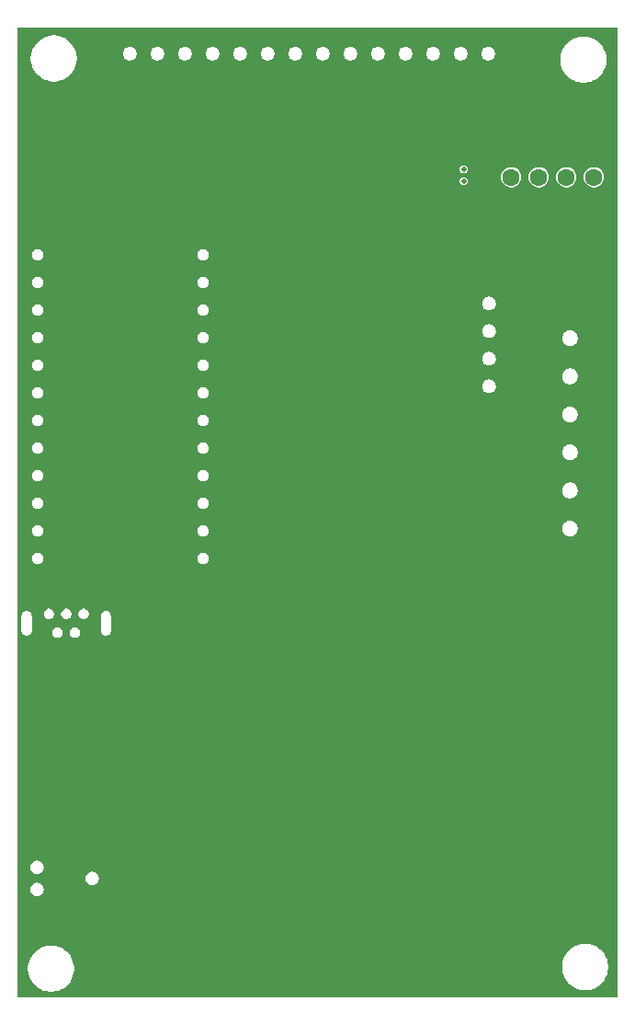
<source format=gbr>
%TF.GenerationSoftware,KiCad,Pcbnew,8.0.3-rc1-1000.20240525gitbe71f77.fc40*%
%TF.CreationDate,2024-05-30T08:30:57+10:00*%
%TF.ProjectId,l8-kicad,6c382d6b-6963-4616-942e-6b696361645f,R0.6.0*%
%TF.SameCoordinates,Original*%
%TF.FileFunction,Copper,L3,Inr*%
%TF.FilePolarity,Positive*%
%FSLAX46Y46*%
G04 Gerber Fmt 4.6, Leading zero omitted, Abs format (unit mm)*
G04 Created by KiCad (PCBNEW 8.0.3-rc1-1000.20240525gitbe71f77.fc40) date 2024-05-30 08:30:57*
%MOMM*%
%LPD*%
G01*
G04 APERTURE LIST*
%TA.AperFunction,ComponentPad*%
%ADD10C,1.600200*%
%TD*%
%TA.AperFunction,HeatsinkPad*%
%ADD11C,0.500000*%
%TD*%
G04 APERTURE END LIST*
D10*
%TO.N,GND*%
%TO.C,U1*%
X169390000Y-75325000D03*
%TO.N,/5V*%
X171930000Y-75325000D03*
%TO.N,/GND_ISO*%
X174470000Y-75325000D03*
%TO.N,/+5V_ISO*%
X177010000Y-75325000D03*
%TD*%
D11*
%TO.N,GND*%
%TO.C,U22*%
X165012500Y-74587500D03*
X165012500Y-75687500D03*
%TD*%
%TA.AperFunction,Conductor*%
%TO.N,/VDD*%
G36*
X179158203Y-61541797D02*
G01*
X179161630Y-61550070D01*
X179161630Y-150749930D01*
X179158203Y-150758203D01*
X179149930Y-150761630D01*
X123950070Y-150761630D01*
X123941797Y-150758203D01*
X123938370Y-150749930D01*
X123938370Y-148010548D01*
X124872373Y-148010548D01*
X124872373Y-148289451D01*
X124908776Y-148565968D01*
X124980962Y-148835369D01*
X124980966Y-148835380D01*
X125087691Y-149093035D01*
X125087695Y-149093044D01*
X125227147Y-149334582D01*
X125396933Y-149555852D01*
X125594148Y-149753067D01*
X125815418Y-149922853D01*
X126056956Y-150062305D01*
X126314629Y-150169037D01*
X126584030Y-150241223D01*
X126860548Y-150277627D01*
X127139452Y-150277627D01*
X127415970Y-150241223D01*
X127685371Y-150169037D01*
X127943044Y-150062305D01*
X128184582Y-149922853D01*
X128405852Y-149753067D01*
X128603067Y-149555852D01*
X128772853Y-149334582D01*
X128912305Y-149093044D01*
X129019037Y-148835371D01*
X129091223Y-148565970D01*
X129127627Y-148289452D01*
X129127627Y-148010548D01*
X129107879Y-147860548D01*
X174072373Y-147860548D01*
X174072373Y-148139451D01*
X174108776Y-148415968D01*
X174180962Y-148685369D01*
X174180966Y-148685380D01*
X174243094Y-148835369D01*
X174287695Y-148943044D01*
X174427147Y-149184582D01*
X174596933Y-149405852D01*
X174794148Y-149603067D01*
X175015418Y-149772853D01*
X175256956Y-149912305D01*
X175514629Y-150019037D01*
X175784030Y-150091223D01*
X176060548Y-150127627D01*
X176339452Y-150127627D01*
X176615970Y-150091223D01*
X176885371Y-150019037D01*
X177143044Y-149912305D01*
X177384582Y-149772853D01*
X177605852Y-149603067D01*
X177803067Y-149405852D01*
X177972853Y-149184582D01*
X178112305Y-148943044D01*
X178219037Y-148685371D01*
X178291223Y-148415970D01*
X178327627Y-148139452D01*
X178327627Y-147860548D01*
X178291223Y-147584030D01*
X178219037Y-147314629D01*
X178112305Y-147056956D01*
X177972853Y-146815418D01*
X177803067Y-146594148D01*
X177605852Y-146396933D01*
X177384582Y-146227147D01*
X177143044Y-146087695D01*
X177143036Y-146087691D01*
X177143035Y-146087691D01*
X176885380Y-145980966D01*
X176885369Y-145980962D01*
X176615968Y-145908776D01*
X176339452Y-145872373D01*
X176060548Y-145872373D01*
X175784031Y-145908776D01*
X175514630Y-145980962D01*
X175514619Y-145980966D01*
X175256964Y-146087691D01*
X175256959Y-146087693D01*
X175256956Y-146087695D01*
X175015418Y-146227147D01*
X175015417Y-146227147D01*
X174794149Y-146396932D01*
X174794142Y-146396938D01*
X174596938Y-146594142D01*
X174596932Y-146594149D01*
X174427147Y-146815417D01*
X174427147Y-146815418D01*
X174287695Y-147056956D01*
X174287693Y-147056959D01*
X174287691Y-147056964D01*
X174180966Y-147314619D01*
X174180962Y-147314630D01*
X174108776Y-147584031D01*
X174072373Y-147860548D01*
X129107879Y-147860548D01*
X129091223Y-147734030D01*
X129019037Y-147464629D01*
X128912305Y-147206956D01*
X128772853Y-146965418D01*
X128603067Y-146744148D01*
X128405852Y-146546933D01*
X128184582Y-146377147D01*
X127943044Y-146237695D01*
X127943036Y-146237691D01*
X127943035Y-146237691D01*
X127685380Y-146130966D01*
X127685369Y-146130962D01*
X127415968Y-146058776D01*
X127139452Y-146022373D01*
X126860548Y-146022373D01*
X126584031Y-146058776D01*
X126314630Y-146130962D01*
X126314619Y-146130966D01*
X126056964Y-146237691D01*
X126056959Y-146237693D01*
X126056956Y-146237695D01*
X125815418Y-146377147D01*
X125815417Y-146377147D01*
X125594149Y-146546932D01*
X125594142Y-146546938D01*
X125396938Y-146744142D01*
X125396932Y-146744149D01*
X125227147Y-146965417D01*
X125227147Y-146965418D01*
X125087695Y-147206956D01*
X125087693Y-147206959D01*
X125087691Y-147206964D01*
X124980966Y-147464619D01*
X124980962Y-147464630D01*
X124908776Y-147734031D01*
X124872373Y-148010548D01*
X123938370Y-148010548D01*
X123938370Y-140804647D01*
X125087073Y-140804647D01*
X125087073Y-140927352D01*
X125111012Y-141047701D01*
X125157968Y-141161065D01*
X125157972Y-141161073D01*
X125226140Y-141263092D01*
X125226143Y-141263096D01*
X125312903Y-141349856D01*
X125312907Y-141349859D01*
X125414926Y-141418027D01*
X125414930Y-141418029D01*
X125414933Y-141418031D01*
X125528299Y-141464988D01*
X125648647Y-141488927D01*
X125648648Y-141488927D01*
X125771352Y-141488927D01*
X125771353Y-141488927D01*
X125891701Y-141464988D01*
X126005067Y-141418031D01*
X126107093Y-141349859D01*
X126193859Y-141263093D01*
X126262031Y-141161067D01*
X126308988Y-141047701D01*
X126332927Y-140927353D01*
X126332927Y-140804647D01*
X126308988Y-140684299D01*
X126262031Y-140570933D01*
X126262029Y-140570930D01*
X126262027Y-140570926D01*
X126193859Y-140468907D01*
X126193856Y-140468903D01*
X126107096Y-140382143D01*
X126107092Y-140382140D01*
X126005073Y-140313972D01*
X126005065Y-140313968D01*
X125891701Y-140267012D01*
X125771353Y-140243073D01*
X125648647Y-140243073D01*
X125588473Y-140255042D01*
X125528298Y-140267012D01*
X125414934Y-140313968D01*
X125414926Y-140313972D01*
X125312907Y-140382140D01*
X125312903Y-140382143D01*
X125226143Y-140468903D01*
X125226140Y-140468907D01*
X125157972Y-140570926D01*
X125157968Y-140570934D01*
X125111012Y-140684298D01*
X125087073Y-140804647D01*
X123938370Y-140804647D01*
X123938370Y-139788647D01*
X130167073Y-139788647D01*
X130167073Y-139911352D01*
X130191012Y-140031701D01*
X130237968Y-140145065D01*
X130237972Y-140145073D01*
X130306140Y-140247092D01*
X130306143Y-140247096D01*
X130392903Y-140333856D01*
X130392907Y-140333859D01*
X130494926Y-140402027D01*
X130494930Y-140402029D01*
X130494933Y-140402031D01*
X130608299Y-140448988D01*
X130728647Y-140472927D01*
X130728648Y-140472927D01*
X130851352Y-140472927D01*
X130851353Y-140472927D01*
X130971701Y-140448988D01*
X131085067Y-140402031D01*
X131187093Y-140333859D01*
X131273859Y-140247093D01*
X131342031Y-140145067D01*
X131388988Y-140031701D01*
X131412927Y-139911353D01*
X131412927Y-139788647D01*
X131388988Y-139668299D01*
X131342031Y-139554933D01*
X131342029Y-139554930D01*
X131342027Y-139554926D01*
X131273859Y-139452907D01*
X131273856Y-139452903D01*
X131187096Y-139366143D01*
X131187092Y-139366140D01*
X131085073Y-139297972D01*
X131085065Y-139297968D01*
X130971701Y-139251012D01*
X130851353Y-139227073D01*
X130728647Y-139227073D01*
X130668473Y-139239042D01*
X130608298Y-139251012D01*
X130494934Y-139297968D01*
X130494926Y-139297972D01*
X130392907Y-139366140D01*
X130392903Y-139366143D01*
X130306143Y-139452903D01*
X130306140Y-139452907D01*
X130237972Y-139554926D01*
X130237968Y-139554934D01*
X130191012Y-139668298D01*
X130167073Y-139788647D01*
X123938370Y-139788647D01*
X123938370Y-138772647D01*
X125087073Y-138772647D01*
X125087073Y-138895352D01*
X125111012Y-139015701D01*
X125157968Y-139129065D01*
X125157972Y-139129073D01*
X125226140Y-139231092D01*
X125226143Y-139231096D01*
X125312903Y-139317856D01*
X125312907Y-139317859D01*
X125414926Y-139386027D01*
X125414930Y-139386029D01*
X125414933Y-139386031D01*
X125528299Y-139432988D01*
X125648647Y-139456927D01*
X125648648Y-139456927D01*
X125771352Y-139456927D01*
X125771353Y-139456927D01*
X125891701Y-139432988D01*
X126005067Y-139386031D01*
X126107093Y-139317859D01*
X126193859Y-139231093D01*
X126262031Y-139129067D01*
X126308988Y-139015701D01*
X126332927Y-138895353D01*
X126332927Y-138772647D01*
X126308988Y-138652299D01*
X126262031Y-138538933D01*
X126262029Y-138538930D01*
X126262027Y-138538926D01*
X126193859Y-138436907D01*
X126193856Y-138436903D01*
X126107096Y-138350143D01*
X126107092Y-138350140D01*
X126005073Y-138281972D01*
X126005065Y-138281968D01*
X125891701Y-138235012D01*
X125771353Y-138211073D01*
X125648647Y-138211073D01*
X125588473Y-138223042D01*
X125528298Y-138235012D01*
X125414934Y-138281968D01*
X125414926Y-138281972D01*
X125312907Y-138350140D01*
X125312903Y-138350143D01*
X125226143Y-138436903D01*
X125226140Y-138436907D01*
X125157972Y-138538926D01*
X125157968Y-138538934D01*
X125111012Y-138652298D01*
X125087073Y-138772647D01*
X123938370Y-138772647D01*
X123938370Y-115662116D01*
X124272373Y-115662116D01*
X124272373Y-117087883D01*
X124304921Y-117209355D01*
X124304923Y-117209359D01*
X124367801Y-117318266D01*
X124367803Y-117318269D01*
X124367804Y-117318270D01*
X124456730Y-117407196D01*
X124456731Y-117407197D01*
X124456733Y-117407198D01*
X124565640Y-117470076D01*
X124565644Y-117470078D01*
X124661447Y-117495748D01*
X124687116Y-117502626D01*
X124687118Y-117502627D01*
X124687119Y-117502627D01*
X124812882Y-117502627D01*
X124812882Y-117502626D01*
X124873619Y-117486352D01*
X124934355Y-117470078D01*
X124934359Y-117470076D01*
X124996229Y-117434355D01*
X125043270Y-117407196D01*
X125132196Y-117318270D01*
X125195077Y-117209357D01*
X125201037Y-117187116D01*
X127122373Y-117187116D01*
X127122373Y-117312883D01*
X127154921Y-117434355D01*
X127154923Y-117434359D01*
X127217801Y-117543266D01*
X127217803Y-117543269D01*
X127217804Y-117543270D01*
X127306730Y-117632196D01*
X127306731Y-117632197D01*
X127306733Y-117632198D01*
X127415640Y-117695076D01*
X127415644Y-117695078D01*
X127511447Y-117720748D01*
X127537116Y-117727626D01*
X127537118Y-117727627D01*
X127537119Y-117727627D01*
X127662882Y-117727627D01*
X127662882Y-117727626D01*
X127723619Y-117711352D01*
X127784355Y-117695078D01*
X127784359Y-117695076D01*
X127820661Y-117674116D01*
X127893270Y-117632196D01*
X127982196Y-117543270D01*
X128045077Y-117434357D01*
X128052355Y-117407198D01*
X128061352Y-117373619D01*
X128077627Y-117312881D01*
X128077627Y-117187119D01*
X128077626Y-117187116D01*
X128722373Y-117187116D01*
X128722373Y-117312883D01*
X128754921Y-117434355D01*
X128754923Y-117434359D01*
X128817801Y-117543266D01*
X128817803Y-117543269D01*
X128817804Y-117543270D01*
X128906730Y-117632196D01*
X128906731Y-117632197D01*
X128906733Y-117632198D01*
X129015640Y-117695076D01*
X129015644Y-117695078D01*
X129111447Y-117720748D01*
X129137116Y-117727626D01*
X129137118Y-117727627D01*
X129137119Y-117727627D01*
X129262882Y-117727627D01*
X129262882Y-117727626D01*
X129323619Y-117711352D01*
X129384355Y-117695078D01*
X129384359Y-117695076D01*
X129420661Y-117674116D01*
X129493270Y-117632196D01*
X129582196Y-117543270D01*
X129645077Y-117434357D01*
X129652355Y-117407198D01*
X129661352Y-117373619D01*
X129677627Y-117312881D01*
X129677627Y-117187119D01*
X129670748Y-117161447D01*
X129645078Y-117065644D01*
X129645076Y-117065640D01*
X129582198Y-116956733D01*
X129582194Y-116956728D01*
X129493271Y-116867805D01*
X129493266Y-116867801D01*
X129384359Y-116804923D01*
X129384355Y-116804921D01*
X129262883Y-116772373D01*
X129262881Y-116772373D01*
X129137119Y-116772373D01*
X129137116Y-116772373D01*
X129015644Y-116804921D01*
X129015640Y-116804923D01*
X128906733Y-116867801D01*
X128906728Y-116867805D01*
X128817805Y-116956728D01*
X128817801Y-116956733D01*
X128754923Y-117065640D01*
X128754921Y-117065644D01*
X128722373Y-117187116D01*
X128077626Y-117187116D01*
X128070748Y-117161447D01*
X128045078Y-117065644D01*
X128045076Y-117065640D01*
X127982198Y-116956733D01*
X127982194Y-116956728D01*
X127893271Y-116867805D01*
X127893266Y-116867801D01*
X127784359Y-116804923D01*
X127784355Y-116804921D01*
X127662883Y-116772373D01*
X127662881Y-116772373D01*
X127537119Y-116772373D01*
X127537116Y-116772373D01*
X127415644Y-116804921D01*
X127415640Y-116804923D01*
X127306733Y-116867801D01*
X127306728Y-116867805D01*
X127217805Y-116956728D01*
X127217801Y-116956733D01*
X127154923Y-117065640D01*
X127154921Y-117065644D01*
X127122373Y-117187116D01*
X125201037Y-117187116D01*
X125227627Y-117087881D01*
X125227627Y-115662119D01*
X125220748Y-115636447D01*
X125195078Y-115540644D01*
X125195076Y-115540640D01*
X125135306Y-115437116D01*
X126322373Y-115437116D01*
X126322373Y-115562883D01*
X126354921Y-115684355D01*
X126354923Y-115684359D01*
X126417801Y-115793266D01*
X126417803Y-115793269D01*
X126417804Y-115793270D01*
X126506730Y-115882196D01*
X126506731Y-115882197D01*
X126506733Y-115882198D01*
X126615640Y-115945076D01*
X126615644Y-115945078D01*
X126711447Y-115970748D01*
X126737116Y-115977626D01*
X126737118Y-115977627D01*
X126737119Y-115977627D01*
X126862882Y-115977627D01*
X126862882Y-115977626D01*
X126923619Y-115961352D01*
X126984355Y-115945078D01*
X126984359Y-115945076D01*
X127020661Y-115924116D01*
X127093270Y-115882196D01*
X127182196Y-115793270D01*
X127245077Y-115684357D01*
X127277627Y-115562881D01*
X127277627Y-115437119D01*
X127277626Y-115437116D01*
X127922373Y-115437116D01*
X127922373Y-115562883D01*
X127954921Y-115684355D01*
X127954923Y-115684359D01*
X128017801Y-115793266D01*
X128017803Y-115793269D01*
X128017804Y-115793270D01*
X128106730Y-115882196D01*
X128106731Y-115882197D01*
X128106733Y-115882198D01*
X128215640Y-115945076D01*
X128215644Y-115945078D01*
X128311447Y-115970748D01*
X128337116Y-115977626D01*
X128337118Y-115977627D01*
X128337119Y-115977627D01*
X128462882Y-115977627D01*
X128462882Y-115977626D01*
X128523619Y-115961352D01*
X128584355Y-115945078D01*
X128584359Y-115945076D01*
X128620661Y-115924116D01*
X128693270Y-115882196D01*
X128782196Y-115793270D01*
X128845077Y-115684357D01*
X128877627Y-115562881D01*
X128877627Y-115437119D01*
X128877626Y-115437116D01*
X129522373Y-115437116D01*
X129522373Y-115562883D01*
X129554921Y-115684355D01*
X129554923Y-115684359D01*
X129617801Y-115793266D01*
X129617803Y-115793269D01*
X129617804Y-115793270D01*
X129706730Y-115882196D01*
X129706731Y-115882197D01*
X129706733Y-115882198D01*
X129815640Y-115945076D01*
X129815644Y-115945078D01*
X129911447Y-115970748D01*
X129937116Y-115977626D01*
X129937118Y-115977627D01*
X129937119Y-115977627D01*
X130062882Y-115977627D01*
X130062882Y-115977626D01*
X130123619Y-115961352D01*
X130184355Y-115945078D01*
X130184359Y-115945076D01*
X130220661Y-115924116D01*
X130293270Y-115882196D01*
X130382196Y-115793270D01*
X130445077Y-115684357D01*
X130451037Y-115662116D01*
X131572373Y-115662116D01*
X131572373Y-117087883D01*
X131604921Y-117209355D01*
X131604923Y-117209359D01*
X131667801Y-117318266D01*
X131667803Y-117318269D01*
X131667804Y-117318270D01*
X131756730Y-117407196D01*
X131756731Y-117407197D01*
X131756733Y-117407198D01*
X131865640Y-117470076D01*
X131865644Y-117470078D01*
X131961447Y-117495748D01*
X131987116Y-117502626D01*
X131987118Y-117502627D01*
X131987119Y-117502627D01*
X132112882Y-117502627D01*
X132112882Y-117502626D01*
X132173619Y-117486352D01*
X132234355Y-117470078D01*
X132234359Y-117470076D01*
X132296229Y-117434355D01*
X132343270Y-117407196D01*
X132432196Y-117318270D01*
X132495077Y-117209357D01*
X132527627Y-117087881D01*
X132527627Y-115662119D01*
X132520748Y-115636447D01*
X132495078Y-115540644D01*
X132495076Y-115540640D01*
X132432198Y-115431733D01*
X132432194Y-115431728D01*
X132343271Y-115342805D01*
X132343266Y-115342801D01*
X132234359Y-115279923D01*
X132234355Y-115279921D01*
X132112883Y-115247373D01*
X132112881Y-115247373D01*
X131987119Y-115247373D01*
X131987116Y-115247373D01*
X131865644Y-115279921D01*
X131865640Y-115279923D01*
X131756733Y-115342801D01*
X131756728Y-115342805D01*
X131667805Y-115431728D01*
X131667801Y-115431733D01*
X131604923Y-115540640D01*
X131604921Y-115540644D01*
X131572373Y-115662116D01*
X130451037Y-115662116D01*
X130477627Y-115562881D01*
X130477627Y-115437119D01*
X130470748Y-115411447D01*
X130445078Y-115315644D01*
X130445076Y-115315640D01*
X130382198Y-115206733D01*
X130382194Y-115206728D01*
X130293271Y-115117805D01*
X130293266Y-115117801D01*
X130184359Y-115054923D01*
X130184355Y-115054921D01*
X130062883Y-115022373D01*
X130062881Y-115022373D01*
X129937119Y-115022373D01*
X129937116Y-115022373D01*
X129815644Y-115054921D01*
X129815640Y-115054923D01*
X129706733Y-115117801D01*
X129706728Y-115117805D01*
X129617805Y-115206728D01*
X129617801Y-115206733D01*
X129554923Y-115315640D01*
X129554921Y-115315644D01*
X129522373Y-115437116D01*
X128877626Y-115437116D01*
X128870748Y-115411447D01*
X128845078Y-115315644D01*
X128845076Y-115315640D01*
X128782198Y-115206733D01*
X128782194Y-115206728D01*
X128693271Y-115117805D01*
X128693266Y-115117801D01*
X128584359Y-115054923D01*
X128584355Y-115054921D01*
X128462883Y-115022373D01*
X128462881Y-115022373D01*
X128337119Y-115022373D01*
X128337116Y-115022373D01*
X128215644Y-115054921D01*
X128215640Y-115054923D01*
X128106733Y-115117801D01*
X128106728Y-115117805D01*
X128017805Y-115206728D01*
X128017801Y-115206733D01*
X127954923Y-115315640D01*
X127954921Y-115315644D01*
X127922373Y-115437116D01*
X127277626Y-115437116D01*
X127270748Y-115411447D01*
X127245078Y-115315644D01*
X127245076Y-115315640D01*
X127182198Y-115206733D01*
X127182194Y-115206728D01*
X127093271Y-115117805D01*
X127093266Y-115117801D01*
X126984359Y-115054923D01*
X126984355Y-115054921D01*
X126862883Y-115022373D01*
X126862881Y-115022373D01*
X126737119Y-115022373D01*
X126737116Y-115022373D01*
X126615644Y-115054921D01*
X126615640Y-115054923D01*
X126506733Y-115117801D01*
X126506728Y-115117805D01*
X126417805Y-115206728D01*
X126417801Y-115206733D01*
X126354923Y-115315640D01*
X126354921Y-115315644D01*
X126322373Y-115437116D01*
X125135306Y-115437116D01*
X125132198Y-115431733D01*
X125132194Y-115431728D01*
X125043271Y-115342805D01*
X125043266Y-115342801D01*
X124934359Y-115279923D01*
X124934355Y-115279921D01*
X124812883Y-115247373D01*
X124812881Y-115247373D01*
X124687119Y-115247373D01*
X124687116Y-115247373D01*
X124565644Y-115279921D01*
X124565640Y-115279923D01*
X124456733Y-115342801D01*
X124456728Y-115342805D01*
X124367805Y-115431728D01*
X124367801Y-115431733D01*
X124304923Y-115540640D01*
X124304921Y-115540644D01*
X124272373Y-115662116D01*
X123938370Y-115662116D01*
X123938370Y-110350534D01*
X125232373Y-110350534D01*
X125232373Y-110489465D01*
X125268328Y-110623653D01*
X125268330Y-110623656D01*
X125337793Y-110743971D01*
X125436029Y-110842207D01*
X125556344Y-110911670D01*
X125556346Y-110911670D01*
X125556347Y-110911671D01*
X125556345Y-110911671D01*
X125662176Y-110940027D01*
X125690534Y-110947626D01*
X125690536Y-110947627D01*
X125690537Y-110947627D01*
X125829464Y-110947627D01*
X125829464Y-110947626D01*
X125923787Y-110922352D01*
X125963653Y-110911671D01*
X125963653Y-110911670D01*
X125963656Y-110911670D01*
X126083971Y-110842207D01*
X126182207Y-110743971D01*
X126251670Y-110623656D01*
X126287627Y-110489463D01*
X126287627Y-110350537D01*
X126287626Y-110350534D01*
X140472373Y-110350534D01*
X140472373Y-110489465D01*
X140508328Y-110623653D01*
X140508330Y-110623656D01*
X140577793Y-110743971D01*
X140676029Y-110842207D01*
X140796344Y-110911670D01*
X140796346Y-110911670D01*
X140796347Y-110911671D01*
X140796345Y-110911671D01*
X140902176Y-110940027D01*
X140930534Y-110947626D01*
X140930536Y-110947627D01*
X140930537Y-110947627D01*
X141069464Y-110947627D01*
X141069464Y-110947626D01*
X141163787Y-110922352D01*
X141203653Y-110911671D01*
X141203653Y-110911670D01*
X141203656Y-110911670D01*
X141323971Y-110842207D01*
X141422207Y-110743971D01*
X141491670Y-110623656D01*
X141527627Y-110489463D01*
X141527627Y-110350537D01*
X141491670Y-110216344D01*
X141422207Y-110096029D01*
X141323971Y-109997793D01*
X141203656Y-109928330D01*
X141203655Y-109928329D01*
X141203652Y-109928328D01*
X141203654Y-109928328D01*
X141069465Y-109892373D01*
X141069463Y-109892373D01*
X140930537Y-109892373D01*
X140930534Y-109892373D01*
X140796346Y-109928328D01*
X140676027Y-109997794D01*
X140577794Y-110096027D01*
X140508328Y-110216346D01*
X140472373Y-110350534D01*
X126287626Y-110350534D01*
X126251670Y-110216344D01*
X126182207Y-110096029D01*
X126083971Y-109997793D01*
X125963656Y-109928330D01*
X125963655Y-109928329D01*
X125963652Y-109928328D01*
X125963654Y-109928328D01*
X125829465Y-109892373D01*
X125829463Y-109892373D01*
X125690537Y-109892373D01*
X125690534Y-109892373D01*
X125556346Y-109928328D01*
X125436027Y-109997794D01*
X125337794Y-110096027D01*
X125268328Y-110216346D01*
X125232373Y-110350534D01*
X123938370Y-110350534D01*
X123938370Y-107810534D01*
X125232373Y-107810534D01*
X125232373Y-107949465D01*
X125268328Y-108083653D01*
X125268330Y-108083656D01*
X125337793Y-108203971D01*
X125436029Y-108302207D01*
X125556344Y-108371670D01*
X125556346Y-108371670D01*
X125556347Y-108371671D01*
X125556345Y-108371671D01*
X125662176Y-108400027D01*
X125690534Y-108407626D01*
X125690536Y-108407627D01*
X125690537Y-108407627D01*
X125829464Y-108407627D01*
X125829464Y-108407626D01*
X125923787Y-108382352D01*
X125963653Y-108371671D01*
X125963653Y-108371670D01*
X125963656Y-108371670D01*
X126083971Y-108302207D01*
X126182207Y-108203971D01*
X126251670Y-108083656D01*
X126287627Y-107949463D01*
X126287627Y-107810537D01*
X126287626Y-107810534D01*
X140472373Y-107810534D01*
X140472373Y-107949465D01*
X140508328Y-108083653D01*
X140508330Y-108083656D01*
X140577793Y-108203971D01*
X140676029Y-108302207D01*
X140796344Y-108371670D01*
X140796346Y-108371670D01*
X140796347Y-108371671D01*
X140796345Y-108371671D01*
X140902176Y-108400027D01*
X140930534Y-108407626D01*
X140930536Y-108407627D01*
X140930537Y-108407627D01*
X141069464Y-108407627D01*
X141069464Y-108407626D01*
X141163787Y-108382352D01*
X141203653Y-108371671D01*
X141203653Y-108371670D01*
X141203656Y-108371670D01*
X141323971Y-108302207D01*
X141422207Y-108203971D01*
X141491670Y-108083656D01*
X141527627Y-107949463D01*
X141527627Y-107810537D01*
X141503814Y-107721665D01*
X141491671Y-107676346D01*
X141491670Y-107676344D01*
X141435085Y-107578335D01*
X174072373Y-107578335D01*
X174072373Y-107721664D01*
X174100335Y-107862241D01*
X174155184Y-107994659D01*
X174155188Y-107994667D01*
X174234814Y-108113834D01*
X174234817Y-108113838D01*
X174336161Y-108215182D01*
X174336165Y-108215185D01*
X174455332Y-108294811D01*
X174455336Y-108294813D01*
X174455339Y-108294815D01*
X174587759Y-108349665D01*
X174728335Y-108377627D01*
X174728336Y-108377627D01*
X174871664Y-108377627D01*
X174871665Y-108377627D01*
X175012241Y-108349665D01*
X175144661Y-108294815D01*
X175263835Y-108215185D01*
X175365185Y-108113835D01*
X175444815Y-107994661D01*
X175499665Y-107862241D01*
X175527627Y-107721665D01*
X175527627Y-107578335D01*
X175499665Y-107437759D01*
X175444815Y-107305339D01*
X175444813Y-107305336D01*
X175444811Y-107305332D01*
X175365185Y-107186165D01*
X175365182Y-107186161D01*
X175263838Y-107084817D01*
X175263834Y-107084814D01*
X175144667Y-107005188D01*
X175144659Y-107005184D01*
X175012241Y-106950335D01*
X174871665Y-106922373D01*
X174728335Y-106922373D01*
X174658047Y-106936354D01*
X174587758Y-106950335D01*
X174455340Y-107005184D01*
X174455332Y-107005188D01*
X174336165Y-107084814D01*
X174336161Y-107084817D01*
X174234817Y-107186161D01*
X174234814Y-107186165D01*
X174155188Y-107305332D01*
X174155184Y-107305340D01*
X174100335Y-107437758D01*
X174072373Y-107578335D01*
X141435085Y-107578335D01*
X141422207Y-107556029D01*
X141323971Y-107457793D01*
X141203656Y-107388330D01*
X141203655Y-107388329D01*
X141203652Y-107388328D01*
X141203654Y-107388328D01*
X141069465Y-107352373D01*
X141069463Y-107352373D01*
X140930537Y-107352373D01*
X140930534Y-107352373D01*
X140796346Y-107388328D01*
X140676027Y-107457794D01*
X140577794Y-107556027D01*
X140508328Y-107676346D01*
X140472373Y-107810534D01*
X126287626Y-107810534D01*
X126263814Y-107721665D01*
X126251671Y-107676346D01*
X126251670Y-107676344D01*
X126182207Y-107556029D01*
X126083971Y-107457793D01*
X125963656Y-107388330D01*
X125963655Y-107388329D01*
X125963652Y-107388328D01*
X125963654Y-107388328D01*
X125829465Y-107352373D01*
X125829463Y-107352373D01*
X125690537Y-107352373D01*
X125690534Y-107352373D01*
X125556346Y-107388328D01*
X125436027Y-107457794D01*
X125337794Y-107556027D01*
X125268328Y-107676346D01*
X125232373Y-107810534D01*
X123938370Y-107810534D01*
X123938370Y-105270534D01*
X125232373Y-105270534D01*
X125232373Y-105409465D01*
X125268328Y-105543653D01*
X125268330Y-105543656D01*
X125337793Y-105663971D01*
X125436029Y-105762207D01*
X125556344Y-105831670D01*
X125556346Y-105831670D01*
X125556347Y-105831671D01*
X125556345Y-105831671D01*
X125662176Y-105860027D01*
X125690534Y-105867626D01*
X125690536Y-105867627D01*
X125690537Y-105867627D01*
X125829464Y-105867627D01*
X125829464Y-105867626D01*
X125923787Y-105842352D01*
X125963653Y-105831671D01*
X125963653Y-105831670D01*
X125963656Y-105831670D01*
X126083971Y-105762207D01*
X126182207Y-105663971D01*
X126251670Y-105543656D01*
X126287627Y-105409463D01*
X126287627Y-105270537D01*
X126287626Y-105270534D01*
X140472373Y-105270534D01*
X140472373Y-105409465D01*
X140508328Y-105543653D01*
X140508330Y-105543656D01*
X140577793Y-105663971D01*
X140676029Y-105762207D01*
X140796344Y-105831670D01*
X140796346Y-105831670D01*
X140796347Y-105831671D01*
X140796345Y-105831671D01*
X140902176Y-105860027D01*
X140930534Y-105867626D01*
X140930536Y-105867627D01*
X140930537Y-105867627D01*
X141069464Y-105867627D01*
X141069464Y-105867626D01*
X141163787Y-105842352D01*
X141203653Y-105831671D01*
X141203653Y-105831670D01*
X141203656Y-105831670D01*
X141323971Y-105762207D01*
X141422207Y-105663971D01*
X141491670Y-105543656D01*
X141527627Y-105409463D01*
X141527627Y-105270537D01*
X141491670Y-105136344D01*
X141422207Y-105016029D01*
X141323971Y-104917793D01*
X141203656Y-104848330D01*
X141203655Y-104848329D01*
X141203652Y-104848328D01*
X141203654Y-104848328D01*
X141069465Y-104812373D01*
X141069463Y-104812373D01*
X140930537Y-104812373D01*
X140930534Y-104812373D01*
X140796346Y-104848328D01*
X140676027Y-104917794D01*
X140577794Y-105016027D01*
X140508328Y-105136346D01*
X140472373Y-105270534D01*
X126287626Y-105270534D01*
X126251670Y-105136344D01*
X126182207Y-105016029D01*
X126083971Y-104917793D01*
X125963656Y-104848330D01*
X125963655Y-104848329D01*
X125963652Y-104848328D01*
X125963654Y-104848328D01*
X125829465Y-104812373D01*
X125829463Y-104812373D01*
X125690537Y-104812373D01*
X125690534Y-104812373D01*
X125556346Y-104848328D01*
X125436027Y-104917794D01*
X125337794Y-105016027D01*
X125268328Y-105136346D01*
X125232373Y-105270534D01*
X123938370Y-105270534D01*
X123938370Y-104078335D01*
X174072373Y-104078335D01*
X174072373Y-104221664D01*
X174100335Y-104362241D01*
X174155184Y-104494659D01*
X174155188Y-104494667D01*
X174234814Y-104613834D01*
X174234817Y-104613838D01*
X174336161Y-104715182D01*
X174336165Y-104715185D01*
X174455332Y-104794811D01*
X174455336Y-104794813D01*
X174455339Y-104794815D01*
X174587759Y-104849665D01*
X174728335Y-104877627D01*
X174728336Y-104877627D01*
X174871664Y-104877627D01*
X174871665Y-104877627D01*
X175012241Y-104849665D01*
X175144661Y-104794815D01*
X175263835Y-104715185D01*
X175365185Y-104613835D01*
X175444815Y-104494661D01*
X175499665Y-104362241D01*
X175527627Y-104221665D01*
X175527627Y-104078335D01*
X175499665Y-103937759D01*
X175444815Y-103805339D01*
X175444813Y-103805336D01*
X175444811Y-103805332D01*
X175365185Y-103686165D01*
X175365182Y-103686161D01*
X175263838Y-103584817D01*
X175263834Y-103584814D01*
X175144667Y-103505188D01*
X175144659Y-103505184D01*
X175012241Y-103450335D01*
X174871665Y-103422373D01*
X174728335Y-103422373D01*
X174658047Y-103436354D01*
X174587758Y-103450335D01*
X174455340Y-103505184D01*
X174455332Y-103505188D01*
X174336165Y-103584814D01*
X174336161Y-103584817D01*
X174234817Y-103686161D01*
X174234814Y-103686165D01*
X174155188Y-103805332D01*
X174155184Y-103805340D01*
X174100335Y-103937758D01*
X174072373Y-104078335D01*
X123938370Y-104078335D01*
X123938370Y-102730534D01*
X125232373Y-102730534D01*
X125232373Y-102869465D01*
X125268328Y-103003653D01*
X125268330Y-103003656D01*
X125337793Y-103123971D01*
X125436029Y-103222207D01*
X125556344Y-103291670D01*
X125556346Y-103291670D01*
X125556347Y-103291671D01*
X125556345Y-103291671D01*
X125662176Y-103320027D01*
X125690534Y-103327626D01*
X125690536Y-103327627D01*
X125690537Y-103327627D01*
X125829464Y-103327627D01*
X125829464Y-103327626D01*
X125923787Y-103302352D01*
X125963653Y-103291671D01*
X125963653Y-103291670D01*
X125963656Y-103291670D01*
X126083971Y-103222207D01*
X126182207Y-103123971D01*
X126251670Y-103003656D01*
X126287627Y-102869463D01*
X126287627Y-102730537D01*
X126287626Y-102730534D01*
X140472373Y-102730534D01*
X140472373Y-102869465D01*
X140508328Y-103003653D01*
X140508330Y-103003656D01*
X140577793Y-103123971D01*
X140676029Y-103222207D01*
X140796344Y-103291670D01*
X140796346Y-103291670D01*
X140796347Y-103291671D01*
X140796345Y-103291671D01*
X140902176Y-103320027D01*
X140930534Y-103327626D01*
X140930536Y-103327627D01*
X140930537Y-103327627D01*
X141069464Y-103327627D01*
X141069464Y-103327626D01*
X141163787Y-103302352D01*
X141203653Y-103291671D01*
X141203653Y-103291670D01*
X141203656Y-103291670D01*
X141323971Y-103222207D01*
X141422207Y-103123971D01*
X141491670Y-103003656D01*
X141527627Y-102869463D01*
X141527627Y-102730537D01*
X141491670Y-102596344D01*
X141422207Y-102476029D01*
X141323971Y-102377793D01*
X141203656Y-102308330D01*
X141203655Y-102308329D01*
X141203652Y-102308328D01*
X141203654Y-102308328D01*
X141069465Y-102272373D01*
X141069463Y-102272373D01*
X140930537Y-102272373D01*
X140930534Y-102272373D01*
X140796346Y-102308328D01*
X140676027Y-102377794D01*
X140577794Y-102476027D01*
X140508328Y-102596346D01*
X140472373Y-102730534D01*
X126287626Y-102730534D01*
X126251670Y-102596344D01*
X126182207Y-102476029D01*
X126083971Y-102377793D01*
X125963656Y-102308330D01*
X125963655Y-102308329D01*
X125963652Y-102308328D01*
X125963654Y-102308328D01*
X125829465Y-102272373D01*
X125829463Y-102272373D01*
X125690537Y-102272373D01*
X125690534Y-102272373D01*
X125556346Y-102308328D01*
X125436027Y-102377794D01*
X125337794Y-102476027D01*
X125268328Y-102596346D01*
X125232373Y-102730534D01*
X123938370Y-102730534D01*
X123938370Y-100190534D01*
X125232373Y-100190534D01*
X125232373Y-100329465D01*
X125268328Y-100463653D01*
X125268330Y-100463656D01*
X125337793Y-100583971D01*
X125436029Y-100682207D01*
X125556344Y-100751670D01*
X125556346Y-100751670D01*
X125556347Y-100751671D01*
X125556345Y-100751671D01*
X125662176Y-100780027D01*
X125690534Y-100787626D01*
X125690536Y-100787627D01*
X125690537Y-100787627D01*
X125829464Y-100787627D01*
X125829464Y-100787626D01*
X125923787Y-100762352D01*
X125963653Y-100751671D01*
X125963653Y-100751670D01*
X125963656Y-100751670D01*
X126083971Y-100682207D01*
X126182207Y-100583971D01*
X126251670Y-100463656D01*
X126287627Y-100329463D01*
X126287627Y-100190537D01*
X126287626Y-100190534D01*
X140472373Y-100190534D01*
X140472373Y-100329465D01*
X140508328Y-100463653D01*
X140508330Y-100463656D01*
X140577793Y-100583971D01*
X140676029Y-100682207D01*
X140796344Y-100751670D01*
X140796346Y-100751670D01*
X140796347Y-100751671D01*
X140796345Y-100751671D01*
X140902176Y-100780027D01*
X140930534Y-100787626D01*
X140930536Y-100787627D01*
X140930537Y-100787627D01*
X141069464Y-100787627D01*
X141069464Y-100787626D01*
X141163787Y-100762352D01*
X141203653Y-100751671D01*
X141203653Y-100751670D01*
X141203656Y-100751670D01*
X141323971Y-100682207D01*
X141422207Y-100583971D01*
X141425461Y-100578335D01*
X174072373Y-100578335D01*
X174072373Y-100721665D01*
X174085493Y-100787626D01*
X174100335Y-100862241D01*
X174155184Y-100994659D01*
X174155188Y-100994667D01*
X174234814Y-101113834D01*
X174234817Y-101113838D01*
X174336161Y-101215182D01*
X174336165Y-101215185D01*
X174455332Y-101294811D01*
X174455336Y-101294813D01*
X174455339Y-101294815D01*
X174587759Y-101349665D01*
X174728335Y-101377627D01*
X174728336Y-101377627D01*
X174871664Y-101377627D01*
X174871665Y-101377627D01*
X175012241Y-101349665D01*
X175144661Y-101294815D01*
X175263835Y-101215185D01*
X175365185Y-101113835D01*
X175444815Y-100994661D01*
X175499665Y-100862241D01*
X175527627Y-100721665D01*
X175527627Y-100578335D01*
X175499665Y-100437759D01*
X175444815Y-100305339D01*
X175444813Y-100305336D01*
X175444811Y-100305332D01*
X175365185Y-100186165D01*
X175365182Y-100186161D01*
X175263838Y-100084817D01*
X175263834Y-100084814D01*
X175144667Y-100005188D01*
X175144659Y-100005184D01*
X175012241Y-99950335D01*
X174940309Y-99936027D01*
X174871665Y-99922373D01*
X174728335Y-99922373D01*
X174659691Y-99936027D01*
X174587758Y-99950335D01*
X174455340Y-100005184D01*
X174455332Y-100005188D01*
X174336165Y-100084814D01*
X174336161Y-100084817D01*
X174234817Y-100186161D01*
X174234814Y-100186165D01*
X174155188Y-100305332D01*
X174155184Y-100305340D01*
X174100335Y-100437758D01*
X174100335Y-100437759D01*
X174072373Y-100578335D01*
X141425461Y-100578335D01*
X141491670Y-100463656D01*
X141527627Y-100329463D01*
X141527627Y-100190537D01*
X141516944Y-100150668D01*
X141491671Y-100056346D01*
X141462135Y-100005188D01*
X141422207Y-99936029D01*
X141323971Y-99837793D01*
X141203656Y-99768330D01*
X141203655Y-99768329D01*
X141203652Y-99768328D01*
X141203654Y-99768328D01*
X141069465Y-99732373D01*
X141069463Y-99732373D01*
X140930537Y-99732373D01*
X140930534Y-99732373D01*
X140796346Y-99768328D01*
X140676027Y-99837794D01*
X140577794Y-99936027D01*
X140508328Y-100056346D01*
X140472373Y-100190534D01*
X126287626Y-100190534D01*
X126276944Y-100150668D01*
X126251671Y-100056346D01*
X126222135Y-100005188D01*
X126182207Y-99936029D01*
X126083971Y-99837793D01*
X125963656Y-99768330D01*
X125963655Y-99768329D01*
X125963652Y-99768328D01*
X125963654Y-99768328D01*
X125829465Y-99732373D01*
X125829463Y-99732373D01*
X125690537Y-99732373D01*
X125690534Y-99732373D01*
X125556346Y-99768328D01*
X125436027Y-99837794D01*
X125337794Y-99936027D01*
X125268328Y-100056346D01*
X125232373Y-100190534D01*
X123938370Y-100190534D01*
X123938370Y-97650534D01*
X125232373Y-97650534D01*
X125232373Y-97789465D01*
X125268328Y-97923653D01*
X125268330Y-97923656D01*
X125337793Y-98043971D01*
X125436029Y-98142207D01*
X125556344Y-98211670D01*
X125556346Y-98211670D01*
X125556347Y-98211671D01*
X125556345Y-98211671D01*
X125662176Y-98240027D01*
X125690534Y-98247626D01*
X125690536Y-98247627D01*
X125690537Y-98247627D01*
X125829464Y-98247627D01*
X125829464Y-98247626D01*
X125923787Y-98222352D01*
X125963653Y-98211671D01*
X125963653Y-98211670D01*
X125963656Y-98211670D01*
X126083971Y-98142207D01*
X126182207Y-98043971D01*
X126251670Y-97923656D01*
X126287627Y-97789463D01*
X126287627Y-97650537D01*
X126287626Y-97650534D01*
X140472373Y-97650534D01*
X140472373Y-97789465D01*
X140508328Y-97923653D01*
X140508330Y-97923656D01*
X140577793Y-98043971D01*
X140676029Y-98142207D01*
X140796344Y-98211670D01*
X140796346Y-98211670D01*
X140796347Y-98211671D01*
X140796345Y-98211671D01*
X140902176Y-98240027D01*
X140930534Y-98247626D01*
X140930536Y-98247627D01*
X140930537Y-98247627D01*
X141069464Y-98247627D01*
X141069464Y-98247626D01*
X141163787Y-98222352D01*
X141203653Y-98211671D01*
X141203653Y-98211670D01*
X141203656Y-98211670D01*
X141323971Y-98142207D01*
X141422207Y-98043971D01*
X141491670Y-97923656D01*
X141527627Y-97789463D01*
X141527627Y-97650537D01*
X141491670Y-97516344D01*
X141422207Y-97396029D01*
X141323971Y-97297793D01*
X141203656Y-97228330D01*
X141203655Y-97228329D01*
X141203652Y-97228328D01*
X141203654Y-97228328D01*
X141069465Y-97192373D01*
X141069463Y-97192373D01*
X140930537Y-97192373D01*
X140930534Y-97192373D01*
X140796346Y-97228328D01*
X140676027Y-97297794D01*
X140577794Y-97396027D01*
X140508328Y-97516346D01*
X140472373Y-97650534D01*
X126287626Y-97650534D01*
X126251670Y-97516344D01*
X126182207Y-97396029D01*
X126083971Y-97297793D01*
X125963656Y-97228330D01*
X125963655Y-97228329D01*
X125963652Y-97228328D01*
X125963654Y-97228328D01*
X125829465Y-97192373D01*
X125829463Y-97192373D01*
X125690537Y-97192373D01*
X125690534Y-97192373D01*
X125556346Y-97228328D01*
X125436027Y-97297794D01*
X125337794Y-97396027D01*
X125268328Y-97516346D01*
X125232373Y-97650534D01*
X123938370Y-97650534D01*
X123938370Y-97078335D01*
X174072373Y-97078335D01*
X174072373Y-97221665D01*
X174073699Y-97228330D01*
X174100335Y-97362241D01*
X174155184Y-97494659D01*
X174155188Y-97494667D01*
X174234814Y-97613834D01*
X174234817Y-97613838D01*
X174336161Y-97715182D01*
X174336165Y-97715185D01*
X174455332Y-97794811D01*
X174455336Y-97794813D01*
X174455339Y-97794815D01*
X174587759Y-97849665D01*
X174728335Y-97877627D01*
X174728336Y-97877627D01*
X174871664Y-97877627D01*
X174871665Y-97877627D01*
X175012241Y-97849665D01*
X175144661Y-97794815D01*
X175263835Y-97715185D01*
X175365185Y-97613835D01*
X175444815Y-97494661D01*
X175499665Y-97362241D01*
X175527627Y-97221665D01*
X175527627Y-97078335D01*
X175499665Y-96937759D01*
X175444815Y-96805339D01*
X175444813Y-96805336D01*
X175444811Y-96805332D01*
X175365185Y-96686165D01*
X175365182Y-96686161D01*
X175263838Y-96584817D01*
X175263834Y-96584814D01*
X175144667Y-96505188D01*
X175144659Y-96505184D01*
X175012241Y-96450335D01*
X174871665Y-96422373D01*
X174728335Y-96422373D01*
X174658047Y-96436354D01*
X174587758Y-96450335D01*
X174455340Y-96505184D01*
X174455332Y-96505188D01*
X174336165Y-96584814D01*
X174336161Y-96584817D01*
X174234817Y-96686161D01*
X174234814Y-96686165D01*
X174155188Y-96805332D01*
X174155184Y-96805340D01*
X174100335Y-96937758D01*
X174100335Y-96937759D01*
X174072373Y-97078335D01*
X123938370Y-97078335D01*
X123938370Y-95110534D01*
X125232373Y-95110534D01*
X125232373Y-95249465D01*
X125268328Y-95383653D01*
X125268330Y-95383656D01*
X125337793Y-95503971D01*
X125436029Y-95602207D01*
X125556344Y-95671670D01*
X125556346Y-95671670D01*
X125556347Y-95671671D01*
X125556345Y-95671671D01*
X125662176Y-95700027D01*
X125690534Y-95707626D01*
X125690536Y-95707627D01*
X125690537Y-95707627D01*
X125829464Y-95707627D01*
X125829464Y-95707626D01*
X125923787Y-95682352D01*
X125963653Y-95671671D01*
X125963653Y-95671670D01*
X125963656Y-95671670D01*
X126083971Y-95602207D01*
X126182207Y-95503971D01*
X126251670Y-95383656D01*
X126287627Y-95249463D01*
X126287627Y-95110537D01*
X126287626Y-95110534D01*
X140472373Y-95110534D01*
X140472373Y-95249465D01*
X140508328Y-95383653D01*
X140508330Y-95383656D01*
X140577793Y-95503971D01*
X140676029Y-95602207D01*
X140796344Y-95671670D01*
X140796346Y-95671670D01*
X140796347Y-95671671D01*
X140796345Y-95671671D01*
X140902176Y-95700027D01*
X140930534Y-95707626D01*
X140930536Y-95707627D01*
X140930537Y-95707627D01*
X141069464Y-95707627D01*
X141069464Y-95707626D01*
X141163787Y-95682352D01*
X141203653Y-95671671D01*
X141203653Y-95671670D01*
X141203656Y-95671670D01*
X141323971Y-95602207D01*
X141422207Y-95503971D01*
X141491670Y-95383656D01*
X141527627Y-95249463D01*
X141527627Y-95110537D01*
X141491670Y-94976344D01*
X141422207Y-94856029D01*
X141323971Y-94757793D01*
X141203656Y-94688330D01*
X141203655Y-94688329D01*
X141203652Y-94688328D01*
X141203654Y-94688328D01*
X141069465Y-94652373D01*
X141069463Y-94652373D01*
X140930537Y-94652373D01*
X140930534Y-94652373D01*
X140796346Y-94688328D01*
X140676027Y-94757794D01*
X140577794Y-94856027D01*
X140508328Y-94976346D01*
X140472373Y-95110534D01*
X126287626Y-95110534D01*
X126251670Y-94976344D01*
X126182207Y-94856029D01*
X126083971Y-94757793D01*
X125963656Y-94688330D01*
X125963655Y-94688329D01*
X125963652Y-94688328D01*
X125963654Y-94688328D01*
X125829465Y-94652373D01*
X125829463Y-94652373D01*
X125690537Y-94652373D01*
X125690534Y-94652373D01*
X125556346Y-94688328D01*
X125436027Y-94757794D01*
X125337794Y-94856027D01*
X125268328Y-94976346D01*
X125232373Y-95110534D01*
X123938370Y-95110534D01*
X123938370Y-94508184D01*
X166722373Y-94508184D01*
X166722373Y-94631815D01*
X166746492Y-94753072D01*
X166793803Y-94867291D01*
X166793807Y-94867299D01*
X166862489Y-94970088D01*
X166862492Y-94970092D01*
X166949907Y-95057507D01*
X166949911Y-95057510D01*
X167052700Y-95126192D01*
X167052704Y-95126194D01*
X167052707Y-95126196D01*
X167166928Y-95173508D01*
X167288184Y-95197627D01*
X167288185Y-95197627D01*
X167411815Y-95197627D01*
X167411816Y-95197627D01*
X167533072Y-95173508D01*
X167647293Y-95126196D01*
X167750089Y-95057510D01*
X167837510Y-94970089D01*
X167906196Y-94867293D01*
X167953508Y-94753072D01*
X167977627Y-94631816D01*
X167977627Y-94508184D01*
X167953508Y-94386928D01*
X167906196Y-94272707D01*
X167906194Y-94272704D01*
X167906192Y-94272700D01*
X167837510Y-94169911D01*
X167837507Y-94169907D01*
X167750092Y-94082492D01*
X167750088Y-94082489D01*
X167647299Y-94013807D01*
X167647291Y-94013803D01*
X167533072Y-93966492D01*
X167411816Y-93942373D01*
X167288184Y-93942373D01*
X167227556Y-93954432D01*
X167166927Y-93966492D01*
X167052708Y-94013803D01*
X167052700Y-94013807D01*
X166949911Y-94082489D01*
X166949907Y-94082492D01*
X166862492Y-94169907D01*
X166862489Y-94169911D01*
X166793807Y-94272700D01*
X166793803Y-94272708D01*
X166746492Y-94386927D01*
X166722373Y-94508184D01*
X123938370Y-94508184D01*
X123938370Y-93578335D01*
X174072373Y-93578335D01*
X174072373Y-93721664D01*
X174100335Y-93862241D01*
X174155184Y-93994659D01*
X174155188Y-93994667D01*
X174234814Y-94113834D01*
X174234817Y-94113838D01*
X174336161Y-94215182D01*
X174336165Y-94215185D01*
X174455332Y-94294811D01*
X174455336Y-94294813D01*
X174455339Y-94294815D01*
X174587759Y-94349665D01*
X174728335Y-94377627D01*
X174728336Y-94377627D01*
X174871664Y-94377627D01*
X174871665Y-94377627D01*
X175012241Y-94349665D01*
X175144661Y-94294815D01*
X175263835Y-94215185D01*
X175365185Y-94113835D01*
X175444815Y-93994661D01*
X175499665Y-93862241D01*
X175527627Y-93721665D01*
X175527627Y-93578335D01*
X175499665Y-93437759D01*
X175444815Y-93305339D01*
X175444813Y-93305336D01*
X175444811Y-93305332D01*
X175365185Y-93186165D01*
X175365182Y-93186161D01*
X175263838Y-93084817D01*
X175263834Y-93084814D01*
X175144667Y-93005188D01*
X175144659Y-93005184D01*
X175012241Y-92950335D01*
X174871665Y-92922373D01*
X174728335Y-92922373D01*
X174658047Y-92936354D01*
X174587758Y-92950335D01*
X174455340Y-93005184D01*
X174455332Y-93005188D01*
X174336165Y-93084814D01*
X174336161Y-93084817D01*
X174234817Y-93186161D01*
X174234814Y-93186165D01*
X174155188Y-93305332D01*
X174155184Y-93305340D01*
X174100335Y-93437758D01*
X174072373Y-93578335D01*
X123938370Y-93578335D01*
X123938370Y-92570534D01*
X125232373Y-92570534D01*
X125232373Y-92709465D01*
X125268328Y-92843653D01*
X125268330Y-92843656D01*
X125337793Y-92963971D01*
X125436029Y-93062207D01*
X125556344Y-93131670D01*
X125556346Y-93131670D01*
X125556347Y-93131671D01*
X125556345Y-93131671D01*
X125662176Y-93160027D01*
X125690534Y-93167626D01*
X125690536Y-93167627D01*
X125690537Y-93167627D01*
X125829464Y-93167627D01*
X125829464Y-93167626D01*
X125923787Y-93142352D01*
X125963653Y-93131671D01*
X125963653Y-93131670D01*
X125963656Y-93131670D01*
X126083971Y-93062207D01*
X126182207Y-92963971D01*
X126251670Y-92843656D01*
X126287627Y-92709463D01*
X126287627Y-92570537D01*
X126287626Y-92570534D01*
X140472373Y-92570534D01*
X140472373Y-92709465D01*
X140508328Y-92843653D01*
X140508330Y-92843656D01*
X140577793Y-92963971D01*
X140676029Y-93062207D01*
X140796344Y-93131670D01*
X140796346Y-93131670D01*
X140796347Y-93131671D01*
X140796345Y-93131671D01*
X140902176Y-93160027D01*
X140930534Y-93167626D01*
X140930536Y-93167627D01*
X140930537Y-93167627D01*
X141069464Y-93167627D01*
X141069464Y-93167626D01*
X141163787Y-93142352D01*
X141203653Y-93131671D01*
X141203653Y-93131670D01*
X141203656Y-93131670D01*
X141323971Y-93062207D01*
X141422207Y-92963971D01*
X141491670Y-92843656D01*
X141527627Y-92709463D01*
X141527627Y-92570537D01*
X141491670Y-92436344D01*
X141422207Y-92316029D01*
X141323971Y-92217793D01*
X141203656Y-92148330D01*
X141203655Y-92148329D01*
X141203652Y-92148328D01*
X141203654Y-92148328D01*
X141069465Y-92112373D01*
X141069463Y-92112373D01*
X140930537Y-92112373D01*
X140930534Y-92112373D01*
X140796346Y-92148328D01*
X140676027Y-92217794D01*
X140577794Y-92316027D01*
X140508328Y-92436346D01*
X140472373Y-92570534D01*
X126287626Y-92570534D01*
X126251670Y-92436344D01*
X126182207Y-92316029D01*
X126083971Y-92217793D01*
X125963656Y-92148330D01*
X125963655Y-92148329D01*
X125963652Y-92148328D01*
X125963654Y-92148328D01*
X125829465Y-92112373D01*
X125829463Y-92112373D01*
X125690537Y-92112373D01*
X125690534Y-92112373D01*
X125556346Y-92148328D01*
X125436027Y-92217794D01*
X125337794Y-92316027D01*
X125268328Y-92436346D01*
X125232373Y-92570534D01*
X123938370Y-92570534D01*
X123938370Y-91968184D01*
X166722373Y-91968184D01*
X166722373Y-92091815D01*
X166746492Y-92213072D01*
X166793803Y-92327291D01*
X166793807Y-92327299D01*
X166862489Y-92430088D01*
X166862492Y-92430092D01*
X166949907Y-92517507D01*
X166949911Y-92517510D01*
X167052700Y-92586192D01*
X167052704Y-92586194D01*
X167052707Y-92586196D01*
X167166928Y-92633508D01*
X167288184Y-92657627D01*
X167288185Y-92657627D01*
X167411815Y-92657627D01*
X167411816Y-92657627D01*
X167533072Y-92633508D01*
X167647293Y-92586196D01*
X167750089Y-92517510D01*
X167837510Y-92430089D01*
X167906196Y-92327293D01*
X167953508Y-92213072D01*
X167977627Y-92091816D01*
X167977627Y-91968184D01*
X167953508Y-91846928D01*
X167906196Y-91732707D01*
X167906194Y-91732704D01*
X167906192Y-91732700D01*
X167837510Y-91629911D01*
X167837507Y-91629907D01*
X167750092Y-91542492D01*
X167750088Y-91542489D01*
X167647299Y-91473807D01*
X167647291Y-91473803D01*
X167533072Y-91426492D01*
X167411816Y-91402373D01*
X167288184Y-91402373D01*
X167227556Y-91414432D01*
X167166927Y-91426492D01*
X167052708Y-91473803D01*
X167052700Y-91473807D01*
X166949911Y-91542489D01*
X166949907Y-91542492D01*
X166862492Y-91629907D01*
X166862489Y-91629911D01*
X166793807Y-91732700D01*
X166793803Y-91732708D01*
X166746492Y-91846927D01*
X166722373Y-91968184D01*
X123938370Y-91968184D01*
X123938370Y-90030534D01*
X125232373Y-90030534D01*
X125232373Y-90169465D01*
X125268328Y-90303653D01*
X125268330Y-90303656D01*
X125337793Y-90423971D01*
X125436029Y-90522207D01*
X125556344Y-90591670D01*
X125556346Y-90591670D01*
X125556347Y-90591671D01*
X125556345Y-90591671D01*
X125662176Y-90620027D01*
X125690534Y-90627626D01*
X125690536Y-90627627D01*
X125690537Y-90627627D01*
X125829464Y-90627627D01*
X125829464Y-90627626D01*
X125923787Y-90602352D01*
X125963653Y-90591671D01*
X125963653Y-90591670D01*
X125963656Y-90591670D01*
X126083971Y-90522207D01*
X126182207Y-90423971D01*
X126251670Y-90303656D01*
X126287627Y-90169463D01*
X126287627Y-90030537D01*
X126287626Y-90030534D01*
X140472373Y-90030534D01*
X140472373Y-90169465D01*
X140508328Y-90303653D01*
X140508330Y-90303656D01*
X140577793Y-90423971D01*
X140676029Y-90522207D01*
X140796344Y-90591670D01*
X140796346Y-90591670D01*
X140796347Y-90591671D01*
X140796345Y-90591671D01*
X140902176Y-90620027D01*
X140930534Y-90627626D01*
X140930536Y-90627627D01*
X140930537Y-90627627D01*
X141069464Y-90627627D01*
X141069464Y-90627626D01*
X141163787Y-90602352D01*
X141203653Y-90591671D01*
X141203653Y-90591670D01*
X141203656Y-90591670D01*
X141323971Y-90522207D01*
X141422207Y-90423971D01*
X141491670Y-90303656D01*
X141527627Y-90169463D01*
X141527627Y-90030537D01*
X141491670Y-89896344D01*
X141422207Y-89776029D01*
X141323971Y-89677793D01*
X141203656Y-89608330D01*
X141203655Y-89608329D01*
X141203652Y-89608328D01*
X141203654Y-89608328D01*
X141069465Y-89572373D01*
X141069463Y-89572373D01*
X140930537Y-89572373D01*
X140930534Y-89572373D01*
X140796346Y-89608328D01*
X140676027Y-89677794D01*
X140577794Y-89776027D01*
X140508328Y-89896346D01*
X140472373Y-90030534D01*
X126287626Y-90030534D01*
X126251670Y-89896344D01*
X126182207Y-89776029D01*
X126083971Y-89677793D01*
X125963656Y-89608330D01*
X125963655Y-89608329D01*
X125963652Y-89608328D01*
X125963654Y-89608328D01*
X125829465Y-89572373D01*
X125829463Y-89572373D01*
X125690537Y-89572373D01*
X125690534Y-89572373D01*
X125556346Y-89608328D01*
X125436027Y-89677794D01*
X125337794Y-89776027D01*
X125268328Y-89896346D01*
X125232373Y-90030534D01*
X123938370Y-90030534D01*
X123938370Y-89428184D01*
X166722373Y-89428184D01*
X166722373Y-89551815D01*
X166746492Y-89673072D01*
X166793803Y-89787291D01*
X166793807Y-89787299D01*
X166862489Y-89890088D01*
X166862492Y-89890092D01*
X166949907Y-89977507D01*
X166949911Y-89977510D01*
X167052700Y-90046192D01*
X167052704Y-90046194D01*
X167052707Y-90046196D01*
X167166928Y-90093508D01*
X167288184Y-90117627D01*
X167288185Y-90117627D01*
X167411815Y-90117627D01*
X167411816Y-90117627D01*
X167533072Y-90093508D01*
X167569703Y-90078335D01*
X174072373Y-90078335D01*
X174072373Y-90221664D01*
X174100335Y-90362241D01*
X174155184Y-90494659D01*
X174155188Y-90494667D01*
X174234814Y-90613834D01*
X174234817Y-90613838D01*
X174336161Y-90715182D01*
X174336165Y-90715185D01*
X174455332Y-90794811D01*
X174455336Y-90794813D01*
X174455339Y-90794815D01*
X174587759Y-90849665D01*
X174728335Y-90877627D01*
X174728336Y-90877627D01*
X174871664Y-90877627D01*
X174871665Y-90877627D01*
X175012241Y-90849665D01*
X175144661Y-90794815D01*
X175263835Y-90715185D01*
X175365185Y-90613835D01*
X175444815Y-90494661D01*
X175499665Y-90362241D01*
X175527627Y-90221665D01*
X175527627Y-90078335D01*
X175499665Y-89937759D01*
X175444815Y-89805339D01*
X175444813Y-89805336D01*
X175444811Y-89805332D01*
X175365185Y-89686165D01*
X175365182Y-89686161D01*
X175263838Y-89584817D01*
X175263834Y-89584814D01*
X175144667Y-89505188D01*
X175144659Y-89505184D01*
X175012241Y-89450335D01*
X174871665Y-89422373D01*
X174728335Y-89422373D01*
X174699121Y-89428184D01*
X174587758Y-89450335D01*
X174455340Y-89505184D01*
X174455332Y-89505188D01*
X174336165Y-89584814D01*
X174336161Y-89584817D01*
X174234817Y-89686161D01*
X174234814Y-89686165D01*
X174155188Y-89805332D01*
X174155184Y-89805340D01*
X174100335Y-89937758D01*
X174072373Y-90078335D01*
X167569703Y-90078335D01*
X167647293Y-90046196D01*
X167750089Y-89977510D01*
X167837510Y-89890089D01*
X167906196Y-89787293D01*
X167953508Y-89673072D01*
X167977627Y-89551816D01*
X167977627Y-89428184D01*
X167953508Y-89306928D01*
X167906196Y-89192707D01*
X167906194Y-89192704D01*
X167906192Y-89192700D01*
X167837510Y-89089911D01*
X167837507Y-89089907D01*
X167750092Y-89002492D01*
X167750088Y-89002489D01*
X167647299Y-88933807D01*
X167647291Y-88933803D01*
X167533072Y-88886492D01*
X167411816Y-88862373D01*
X167288184Y-88862373D01*
X167227556Y-88874432D01*
X167166927Y-88886492D01*
X167052708Y-88933803D01*
X167052700Y-88933807D01*
X166949911Y-89002489D01*
X166949907Y-89002492D01*
X166862492Y-89089907D01*
X166862489Y-89089911D01*
X166793807Y-89192700D01*
X166793803Y-89192708D01*
X166746492Y-89306927D01*
X166722373Y-89428184D01*
X123938370Y-89428184D01*
X123938370Y-87490534D01*
X125232373Y-87490534D01*
X125232373Y-87629465D01*
X125268328Y-87763653D01*
X125268330Y-87763656D01*
X125337793Y-87883971D01*
X125436029Y-87982207D01*
X125556344Y-88051670D01*
X125556346Y-88051670D01*
X125556347Y-88051671D01*
X125556345Y-88051671D01*
X125662176Y-88080027D01*
X125690534Y-88087626D01*
X125690536Y-88087627D01*
X125690537Y-88087627D01*
X125829464Y-88087627D01*
X125829464Y-88087626D01*
X125923787Y-88062352D01*
X125963653Y-88051671D01*
X125963653Y-88051670D01*
X125963656Y-88051670D01*
X126083971Y-87982207D01*
X126182207Y-87883971D01*
X126251670Y-87763656D01*
X126287627Y-87629463D01*
X126287627Y-87490537D01*
X126287626Y-87490534D01*
X140472373Y-87490534D01*
X140472373Y-87629465D01*
X140508328Y-87763653D01*
X140508330Y-87763656D01*
X140577793Y-87883971D01*
X140676029Y-87982207D01*
X140796344Y-88051670D01*
X140796346Y-88051670D01*
X140796347Y-88051671D01*
X140796345Y-88051671D01*
X140902176Y-88080027D01*
X140930534Y-88087626D01*
X140930536Y-88087627D01*
X140930537Y-88087627D01*
X141069464Y-88087627D01*
X141069464Y-88087626D01*
X141163787Y-88062352D01*
X141203653Y-88051671D01*
X141203653Y-88051670D01*
X141203656Y-88051670D01*
X141323971Y-87982207D01*
X141422207Y-87883971D01*
X141491670Y-87763656D01*
X141527627Y-87629463D01*
X141527627Y-87490537D01*
X141491670Y-87356344D01*
X141422207Y-87236029D01*
X141323971Y-87137793D01*
X141203656Y-87068330D01*
X141203655Y-87068329D01*
X141203652Y-87068328D01*
X141203654Y-87068328D01*
X141069465Y-87032373D01*
X141069463Y-87032373D01*
X140930537Y-87032373D01*
X140930534Y-87032373D01*
X140796346Y-87068328D01*
X140676027Y-87137794D01*
X140577794Y-87236027D01*
X140508328Y-87356346D01*
X140472373Y-87490534D01*
X126287626Y-87490534D01*
X126251670Y-87356344D01*
X126182207Y-87236029D01*
X126083971Y-87137793D01*
X125963656Y-87068330D01*
X125963655Y-87068329D01*
X125963652Y-87068328D01*
X125963654Y-87068328D01*
X125829465Y-87032373D01*
X125829463Y-87032373D01*
X125690537Y-87032373D01*
X125690534Y-87032373D01*
X125556346Y-87068328D01*
X125436027Y-87137794D01*
X125337794Y-87236027D01*
X125268328Y-87356346D01*
X125232373Y-87490534D01*
X123938370Y-87490534D01*
X123938370Y-86888184D01*
X166722373Y-86888184D01*
X166722373Y-87011815D01*
X166746492Y-87133072D01*
X166793803Y-87247291D01*
X166793807Y-87247299D01*
X166862489Y-87350088D01*
X166862492Y-87350092D01*
X166949907Y-87437507D01*
X166949911Y-87437510D01*
X167052700Y-87506192D01*
X167052704Y-87506194D01*
X167052707Y-87506196D01*
X167166928Y-87553508D01*
X167288184Y-87577627D01*
X167288185Y-87577627D01*
X167411815Y-87577627D01*
X167411816Y-87577627D01*
X167533072Y-87553508D01*
X167647293Y-87506196D01*
X167750089Y-87437510D01*
X167837510Y-87350089D01*
X167906196Y-87247293D01*
X167953508Y-87133072D01*
X167977627Y-87011816D01*
X167977627Y-86888184D01*
X167953508Y-86766928D01*
X167906196Y-86652707D01*
X167906194Y-86652704D01*
X167906192Y-86652700D01*
X167837510Y-86549911D01*
X167837507Y-86549907D01*
X167750092Y-86462492D01*
X167750088Y-86462489D01*
X167647299Y-86393807D01*
X167647291Y-86393803D01*
X167533072Y-86346492D01*
X167411816Y-86322373D01*
X167288184Y-86322373D01*
X167227556Y-86334432D01*
X167166927Y-86346492D01*
X167052708Y-86393803D01*
X167052700Y-86393807D01*
X166949911Y-86462489D01*
X166949907Y-86462492D01*
X166862492Y-86549907D01*
X166862489Y-86549911D01*
X166793807Y-86652700D01*
X166793803Y-86652708D01*
X166746492Y-86766927D01*
X166722373Y-86888184D01*
X123938370Y-86888184D01*
X123938370Y-84950534D01*
X125232373Y-84950534D01*
X125232373Y-85089465D01*
X125268328Y-85223653D01*
X125268330Y-85223656D01*
X125337793Y-85343971D01*
X125436029Y-85442207D01*
X125556344Y-85511670D01*
X125556346Y-85511670D01*
X125556347Y-85511671D01*
X125556345Y-85511671D01*
X125662176Y-85540027D01*
X125690534Y-85547626D01*
X125690536Y-85547627D01*
X125690537Y-85547627D01*
X125829464Y-85547627D01*
X125829464Y-85547626D01*
X125923787Y-85522352D01*
X125963653Y-85511671D01*
X125963653Y-85511670D01*
X125963656Y-85511670D01*
X126083971Y-85442207D01*
X126182207Y-85343971D01*
X126251670Y-85223656D01*
X126287627Y-85089463D01*
X126287627Y-84950537D01*
X126287626Y-84950534D01*
X140472373Y-84950534D01*
X140472373Y-85089465D01*
X140508328Y-85223653D01*
X140508330Y-85223656D01*
X140577793Y-85343971D01*
X140676029Y-85442207D01*
X140796344Y-85511670D01*
X140796346Y-85511670D01*
X140796347Y-85511671D01*
X140796345Y-85511671D01*
X140902176Y-85540027D01*
X140930534Y-85547626D01*
X140930536Y-85547627D01*
X140930537Y-85547627D01*
X141069464Y-85547627D01*
X141069464Y-85547626D01*
X141163787Y-85522352D01*
X141203653Y-85511671D01*
X141203653Y-85511670D01*
X141203656Y-85511670D01*
X141323971Y-85442207D01*
X141422207Y-85343971D01*
X141491670Y-85223656D01*
X141527627Y-85089463D01*
X141527627Y-84950537D01*
X141491670Y-84816344D01*
X141422207Y-84696029D01*
X141323971Y-84597793D01*
X141203656Y-84528330D01*
X141203655Y-84528329D01*
X141203652Y-84528328D01*
X141203654Y-84528328D01*
X141069465Y-84492373D01*
X141069463Y-84492373D01*
X140930537Y-84492373D01*
X140930534Y-84492373D01*
X140796346Y-84528328D01*
X140676027Y-84597794D01*
X140577794Y-84696027D01*
X140508328Y-84816346D01*
X140472373Y-84950534D01*
X126287626Y-84950534D01*
X126251670Y-84816344D01*
X126182207Y-84696029D01*
X126083971Y-84597793D01*
X125963656Y-84528330D01*
X125963655Y-84528329D01*
X125963652Y-84528328D01*
X125963654Y-84528328D01*
X125829465Y-84492373D01*
X125829463Y-84492373D01*
X125690537Y-84492373D01*
X125690534Y-84492373D01*
X125556346Y-84528328D01*
X125436027Y-84597794D01*
X125337794Y-84696027D01*
X125268328Y-84816346D01*
X125232373Y-84950534D01*
X123938370Y-84950534D01*
X123938370Y-82410534D01*
X125232373Y-82410534D01*
X125232373Y-82549465D01*
X125268328Y-82683653D01*
X125268330Y-82683656D01*
X125337793Y-82803971D01*
X125436029Y-82902207D01*
X125556344Y-82971670D01*
X125556346Y-82971670D01*
X125556347Y-82971671D01*
X125556345Y-82971671D01*
X125662176Y-83000027D01*
X125690534Y-83007626D01*
X125690536Y-83007627D01*
X125690537Y-83007627D01*
X125829464Y-83007627D01*
X125829464Y-83007626D01*
X125923787Y-82982352D01*
X125963653Y-82971671D01*
X125963653Y-82971670D01*
X125963656Y-82971670D01*
X126083971Y-82902207D01*
X126182207Y-82803971D01*
X126251670Y-82683656D01*
X126287627Y-82549463D01*
X126287627Y-82410537D01*
X126287626Y-82410534D01*
X140472373Y-82410534D01*
X140472373Y-82549465D01*
X140508328Y-82683653D01*
X140508330Y-82683656D01*
X140577793Y-82803971D01*
X140676029Y-82902207D01*
X140796344Y-82971670D01*
X140796346Y-82971670D01*
X140796347Y-82971671D01*
X140796345Y-82971671D01*
X140902176Y-83000027D01*
X140930534Y-83007626D01*
X140930536Y-83007627D01*
X140930537Y-83007627D01*
X141069464Y-83007627D01*
X141069464Y-83007626D01*
X141163787Y-82982352D01*
X141203653Y-82971671D01*
X141203653Y-82971670D01*
X141203656Y-82971670D01*
X141323971Y-82902207D01*
X141422207Y-82803971D01*
X141491670Y-82683656D01*
X141527627Y-82549463D01*
X141527627Y-82410537D01*
X141491670Y-82276344D01*
X141422207Y-82156029D01*
X141323971Y-82057793D01*
X141203656Y-81988330D01*
X141203655Y-81988329D01*
X141203652Y-81988328D01*
X141203654Y-81988328D01*
X141069465Y-81952373D01*
X141069463Y-81952373D01*
X140930537Y-81952373D01*
X140930534Y-81952373D01*
X140796346Y-81988328D01*
X140676027Y-82057794D01*
X140577794Y-82156027D01*
X140508328Y-82276346D01*
X140472373Y-82410534D01*
X126287626Y-82410534D01*
X126251670Y-82276344D01*
X126182207Y-82156029D01*
X126083971Y-82057793D01*
X125963656Y-81988330D01*
X125963655Y-81988329D01*
X125963652Y-81988328D01*
X125963654Y-81988328D01*
X125829465Y-81952373D01*
X125829463Y-81952373D01*
X125690537Y-81952373D01*
X125690534Y-81952373D01*
X125556346Y-81988328D01*
X125436027Y-82057794D01*
X125337794Y-82156027D01*
X125268328Y-82276346D01*
X125232373Y-82410534D01*
X123938370Y-82410534D01*
X123938370Y-75687499D01*
X164630166Y-75687499D01*
X164630166Y-75687500D01*
X164648878Y-75805646D01*
X164648878Y-75805647D01*
X164648879Y-75805648D01*
X164703185Y-75912230D01*
X164787770Y-75996815D01*
X164894352Y-76051121D01*
X165012500Y-76069834D01*
X165130648Y-76051121D01*
X165237230Y-75996815D01*
X165321815Y-75912230D01*
X165376121Y-75805648D01*
X165394834Y-75687500D01*
X165376121Y-75569352D01*
X165321815Y-75462770D01*
X165237230Y-75378185D01*
X165132848Y-75325000D01*
X168457163Y-75325000D01*
X168477547Y-75518948D01*
X168477548Y-75518951D01*
X168537808Y-75704413D01*
X168537810Y-75704417D01*
X168537811Y-75704419D01*
X168635319Y-75873308D01*
X168670365Y-75912230D01*
X168765808Y-76018231D01*
X168765815Y-76018237D01*
X168923577Y-76132858D01*
X168923582Y-76132862D01*
X169101732Y-76212179D01*
X169101735Y-76212179D01*
X169101738Y-76212181D01*
X169292489Y-76252726D01*
X169292490Y-76252727D01*
X169292492Y-76252727D01*
X169487510Y-76252727D01*
X169487510Y-76252726D01*
X169678262Y-76212181D01*
X169678265Y-76212179D01*
X169678267Y-76212179D01*
X169856417Y-76132862D01*
X169856417Y-76132861D01*
X169856419Y-76132861D01*
X170014190Y-76018233D01*
X170144681Y-75873308D01*
X170242189Y-75704419D01*
X170302452Y-75518948D01*
X170322837Y-75325000D01*
X170997163Y-75325000D01*
X171017547Y-75518948D01*
X171017548Y-75518951D01*
X171077808Y-75704413D01*
X171077810Y-75704417D01*
X171077811Y-75704419D01*
X171175319Y-75873308D01*
X171210365Y-75912230D01*
X171305808Y-76018231D01*
X171305815Y-76018237D01*
X171463577Y-76132858D01*
X171463582Y-76132862D01*
X171641732Y-76212179D01*
X171641735Y-76212179D01*
X171641738Y-76212181D01*
X171832489Y-76252726D01*
X171832490Y-76252727D01*
X171832492Y-76252727D01*
X172027510Y-76252727D01*
X172027510Y-76252726D01*
X172218262Y-76212181D01*
X172218265Y-76212179D01*
X172218267Y-76212179D01*
X172396417Y-76132862D01*
X172396417Y-76132861D01*
X172396419Y-76132861D01*
X172554190Y-76018233D01*
X172684681Y-75873308D01*
X172782189Y-75704419D01*
X172842452Y-75518948D01*
X172862837Y-75325000D01*
X173537163Y-75325000D01*
X173557547Y-75518948D01*
X173557548Y-75518951D01*
X173617808Y-75704413D01*
X173617810Y-75704417D01*
X173617811Y-75704419D01*
X173715319Y-75873308D01*
X173750365Y-75912230D01*
X173845808Y-76018231D01*
X173845815Y-76018237D01*
X174003577Y-76132858D01*
X174003582Y-76132862D01*
X174181732Y-76212179D01*
X174181735Y-76212179D01*
X174181738Y-76212181D01*
X174372489Y-76252726D01*
X174372490Y-76252727D01*
X174372492Y-76252727D01*
X174567510Y-76252727D01*
X174567510Y-76252726D01*
X174758262Y-76212181D01*
X174758265Y-76212179D01*
X174758267Y-76212179D01*
X174936417Y-76132862D01*
X174936417Y-76132861D01*
X174936419Y-76132861D01*
X175094190Y-76018233D01*
X175224681Y-75873308D01*
X175322189Y-75704419D01*
X175382452Y-75518948D01*
X175402837Y-75325000D01*
X176077163Y-75325000D01*
X176097547Y-75518948D01*
X176097548Y-75518951D01*
X176157808Y-75704413D01*
X176157810Y-75704417D01*
X176157811Y-75704419D01*
X176255319Y-75873308D01*
X176290365Y-75912230D01*
X176385808Y-76018231D01*
X176385815Y-76018237D01*
X176543577Y-76132858D01*
X176543582Y-76132862D01*
X176721732Y-76212179D01*
X176721735Y-76212179D01*
X176721738Y-76212181D01*
X176912489Y-76252726D01*
X176912490Y-76252727D01*
X176912492Y-76252727D01*
X177107510Y-76252727D01*
X177107510Y-76252726D01*
X177298262Y-76212181D01*
X177298265Y-76212179D01*
X177298267Y-76212179D01*
X177476417Y-76132862D01*
X177476417Y-76132861D01*
X177476419Y-76132861D01*
X177634190Y-76018233D01*
X177764681Y-75873308D01*
X177862189Y-75704419D01*
X177922452Y-75518948D01*
X177942837Y-75325000D01*
X177922452Y-75131052D01*
X177922451Y-75131048D01*
X177862191Y-74945586D01*
X177862190Y-74945584D01*
X177862189Y-74945581D01*
X177764681Y-74776692D01*
X177634190Y-74631767D01*
X177634188Y-74631766D01*
X177634184Y-74631762D01*
X177476422Y-74517141D01*
X177476417Y-74517137D01*
X177298267Y-74437820D01*
X177298259Y-74437818D01*
X177107510Y-74397273D01*
X177107508Y-74397273D01*
X176912492Y-74397273D01*
X176912490Y-74397273D01*
X176721740Y-74437818D01*
X176721732Y-74437820D01*
X176543583Y-74517137D01*
X176543578Y-74517141D01*
X176385809Y-74631766D01*
X176385808Y-74631767D01*
X176255319Y-74776692D01*
X176157808Y-74945586D01*
X176097548Y-75131048D01*
X176097547Y-75131051D01*
X176077163Y-75325000D01*
X175402837Y-75325000D01*
X175382452Y-75131052D01*
X175382451Y-75131048D01*
X175322191Y-74945586D01*
X175322190Y-74945584D01*
X175322189Y-74945581D01*
X175224681Y-74776692D01*
X175094190Y-74631767D01*
X175094188Y-74631766D01*
X175094184Y-74631762D01*
X174936422Y-74517141D01*
X174936417Y-74517137D01*
X174758267Y-74437820D01*
X174758259Y-74437818D01*
X174567510Y-74397273D01*
X174567508Y-74397273D01*
X174372492Y-74397273D01*
X174372490Y-74397273D01*
X174181740Y-74437818D01*
X174181732Y-74437820D01*
X174003583Y-74517137D01*
X174003578Y-74517141D01*
X173845809Y-74631766D01*
X173845808Y-74631767D01*
X173715319Y-74776692D01*
X173617808Y-74945586D01*
X173557548Y-75131048D01*
X173557547Y-75131051D01*
X173537163Y-75325000D01*
X172862837Y-75325000D01*
X172842452Y-75131052D01*
X172842451Y-75131048D01*
X172782191Y-74945586D01*
X172782190Y-74945584D01*
X172782189Y-74945581D01*
X172684681Y-74776692D01*
X172554190Y-74631767D01*
X172554188Y-74631766D01*
X172554184Y-74631762D01*
X172396422Y-74517141D01*
X172396417Y-74517137D01*
X172218267Y-74437820D01*
X172218259Y-74437818D01*
X172027510Y-74397273D01*
X172027508Y-74397273D01*
X171832492Y-74397273D01*
X171832490Y-74397273D01*
X171641740Y-74437818D01*
X171641732Y-74437820D01*
X171463583Y-74517137D01*
X171463578Y-74517141D01*
X171305809Y-74631766D01*
X171305808Y-74631767D01*
X171175319Y-74776692D01*
X171077808Y-74945586D01*
X171017548Y-75131048D01*
X171017547Y-75131051D01*
X170997163Y-75325000D01*
X170322837Y-75325000D01*
X170302452Y-75131052D01*
X170302451Y-75131048D01*
X170242191Y-74945586D01*
X170242190Y-74945584D01*
X170242189Y-74945581D01*
X170144681Y-74776692D01*
X170014190Y-74631767D01*
X170014188Y-74631766D01*
X170014184Y-74631762D01*
X169856422Y-74517141D01*
X169856417Y-74517137D01*
X169678267Y-74437820D01*
X169678259Y-74437818D01*
X169487510Y-74397273D01*
X169487508Y-74397273D01*
X169292492Y-74397273D01*
X169292490Y-74397273D01*
X169101740Y-74437818D01*
X169101732Y-74437820D01*
X168923583Y-74517137D01*
X168923578Y-74517141D01*
X168765809Y-74631766D01*
X168765808Y-74631767D01*
X168635319Y-74776692D01*
X168537808Y-74945586D01*
X168477548Y-75131048D01*
X168477547Y-75131051D01*
X168457163Y-75325000D01*
X165132848Y-75325000D01*
X165130648Y-75323879D01*
X165130647Y-75323878D01*
X165130646Y-75323878D01*
X165012500Y-75305166D01*
X164894353Y-75323878D01*
X164787769Y-75378185D01*
X164703185Y-75462769D01*
X164648878Y-75569353D01*
X164630166Y-75687499D01*
X123938370Y-75687499D01*
X123938370Y-74587499D01*
X164630166Y-74587499D01*
X164630166Y-74587500D01*
X164648878Y-74705646D01*
X164648878Y-74705647D01*
X164648879Y-74705648D01*
X164703185Y-74812230D01*
X164787770Y-74896815D01*
X164894352Y-74951121D01*
X165012500Y-74969834D01*
X165130648Y-74951121D01*
X165237230Y-74896815D01*
X165321815Y-74812230D01*
X165376121Y-74705648D01*
X165394834Y-74587500D01*
X165376121Y-74469352D01*
X165321815Y-74362770D01*
X165237230Y-74278185D01*
X165130648Y-74223879D01*
X165130647Y-74223878D01*
X165130646Y-74223878D01*
X165012500Y-74205166D01*
X164894353Y-74223878D01*
X164787769Y-74278185D01*
X164703185Y-74362769D01*
X164648878Y-74469353D01*
X164630166Y-74587499D01*
X123938370Y-74587499D01*
X123938370Y-64260548D01*
X125122373Y-64260548D01*
X125122373Y-64539452D01*
X125127399Y-64577627D01*
X125158776Y-64815968D01*
X125230962Y-65085369D01*
X125230966Y-65085380D01*
X125272384Y-65185371D01*
X125337695Y-65343044D01*
X125477147Y-65584582D01*
X125646933Y-65805852D01*
X125844148Y-66003067D01*
X126065418Y-66172853D01*
X126306956Y-66312305D01*
X126484276Y-66385753D01*
X126548376Y-66412305D01*
X126564629Y-66419037D01*
X126834030Y-66491223D01*
X127110548Y-66527627D01*
X127389452Y-66527627D01*
X127665970Y-66491223D01*
X127935371Y-66419037D01*
X128193044Y-66312305D01*
X128434582Y-66172853D01*
X128655852Y-66003067D01*
X128853067Y-65805852D01*
X129022853Y-65584582D01*
X129162305Y-65343044D01*
X129269037Y-65085371D01*
X129341223Y-64815970D01*
X129377627Y-64539452D01*
X129377627Y-64260548D01*
X129341223Y-63984030D01*
X129315541Y-63888184D01*
X133622373Y-63888184D01*
X133622373Y-64011815D01*
X133646492Y-64133072D01*
X133693803Y-64247291D01*
X133693807Y-64247299D01*
X133762489Y-64350088D01*
X133762492Y-64350092D01*
X133849907Y-64437507D01*
X133849911Y-64437510D01*
X133952700Y-64506192D01*
X133952704Y-64506194D01*
X133952707Y-64506196D01*
X134066928Y-64553508D01*
X134188184Y-64577627D01*
X134188185Y-64577627D01*
X134311815Y-64577627D01*
X134311816Y-64577627D01*
X134433072Y-64553508D01*
X134547293Y-64506196D01*
X134650089Y-64437510D01*
X134737510Y-64350089D01*
X134806196Y-64247293D01*
X134853508Y-64133072D01*
X134877627Y-64011816D01*
X134877627Y-63888184D01*
X136162373Y-63888184D01*
X136162373Y-64011815D01*
X136186492Y-64133072D01*
X136233803Y-64247291D01*
X136233807Y-64247299D01*
X136302489Y-64350088D01*
X136302492Y-64350092D01*
X136389907Y-64437507D01*
X136389911Y-64437510D01*
X136492700Y-64506192D01*
X136492704Y-64506194D01*
X136492707Y-64506196D01*
X136606928Y-64553508D01*
X136728184Y-64577627D01*
X136728185Y-64577627D01*
X136851815Y-64577627D01*
X136851816Y-64577627D01*
X136973072Y-64553508D01*
X137087293Y-64506196D01*
X137190089Y-64437510D01*
X137277510Y-64350089D01*
X137346196Y-64247293D01*
X137393508Y-64133072D01*
X137417627Y-64011816D01*
X137417627Y-63888184D01*
X138702373Y-63888184D01*
X138702373Y-64011815D01*
X138726492Y-64133072D01*
X138773803Y-64247291D01*
X138773807Y-64247299D01*
X138842489Y-64350088D01*
X138842492Y-64350092D01*
X138929907Y-64437507D01*
X138929911Y-64437510D01*
X139032700Y-64506192D01*
X139032704Y-64506194D01*
X139032707Y-64506196D01*
X139146928Y-64553508D01*
X139268184Y-64577627D01*
X139268185Y-64577627D01*
X139391815Y-64577627D01*
X139391816Y-64577627D01*
X139513072Y-64553508D01*
X139627293Y-64506196D01*
X139730089Y-64437510D01*
X139817510Y-64350089D01*
X139886196Y-64247293D01*
X139933508Y-64133072D01*
X139957627Y-64011816D01*
X139957627Y-63888184D01*
X141242373Y-63888184D01*
X141242373Y-64011815D01*
X141266492Y-64133072D01*
X141313803Y-64247291D01*
X141313807Y-64247299D01*
X141382489Y-64350088D01*
X141382492Y-64350092D01*
X141469907Y-64437507D01*
X141469911Y-64437510D01*
X141572700Y-64506192D01*
X141572704Y-64506194D01*
X141572707Y-64506196D01*
X141686928Y-64553508D01*
X141808184Y-64577627D01*
X141808185Y-64577627D01*
X141931815Y-64577627D01*
X141931816Y-64577627D01*
X142053072Y-64553508D01*
X142167293Y-64506196D01*
X142270089Y-64437510D01*
X142357510Y-64350089D01*
X142426196Y-64247293D01*
X142473508Y-64133072D01*
X142497627Y-64011816D01*
X142497627Y-63888184D01*
X143782373Y-63888184D01*
X143782373Y-64011815D01*
X143806492Y-64133072D01*
X143853803Y-64247291D01*
X143853807Y-64247299D01*
X143922489Y-64350088D01*
X143922492Y-64350092D01*
X144009907Y-64437507D01*
X144009911Y-64437510D01*
X144112700Y-64506192D01*
X144112704Y-64506194D01*
X144112707Y-64506196D01*
X144226928Y-64553508D01*
X144348184Y-64577627D01*
X144348185Y-64577627D01*
X144471815Y-64577627D01*
X144471816Y-64577627D01*
X144593072Y-64553508D01*
X144707293Y-64506196D01*
X144810089Y-64437510D01*
X144897510Y-64350089D01*
X144966196Y-64247293D01*
X145013508Y-64133072D01*
X145037627Y-64011816D01*
X145037627Y-63888184D01*
X146322373Y-63888184D01*
X146322373Y-64011815D01*
X146346492Y-64133072D01*
X146393803Y-64247291D01*
X146393807Y-64247299D01*
X146462489Y-64350088D01*
X146462492Y-64350092D01*
X146549907Y-64437507D01*
X146549911Y-64437510D01*
X146652700Y-64506192D01*
X146652704Y-64506194D01*
X146652707Y-64506196D01*
X146766928Y-64553508D01*
X146888184Y-64577627D01*
X146888185Y-64577627D01*
X147011815Y-64577627D01*
X147011816Y-64577627D01*
X147133072Y-64553508D01*
X147247293Y-64506196D01*
X147350089Y-64437510D01*
X147437510Y-64350089D01*
X147506196Y-64247293D01*
X147553508Y-64133072D01*
X147577627Y-64011816D01*
X147577627Y-63888184D01*
X148862373Y-63888184D01*
X148862373Y-64011815D01*
X148886492Y-64133072D01*
X148933803Y-64247291D01*
X148933807Y-64247299D01*
X149002489Y-64350088D01*
X149002492Y-64350092D01*
X149089907Y-64437507D01*
X149089911Y-64437510D01*
X149192700Y-64506192D01*
X149192704Y-64506194D01*
X149192707Y-64506196D01*
X149306928Y-64553508D01*
X149428184Y-64577627D01*
X149428185Y-64577627D01*
X149551815Y-64577627D01*
X149551816Y-64577627D01*
X149673072Y-64553508D01*
X149787293Y-64506196D01*
X149890089Y-64437510D01*
X149977510Y-64350089D01*
X150046196Y-64247293D01*
X150093508Y-64133072D01*
X150117627Y-64011816D01*
X150117627Y-63888184D01*
X151402373Y-63888184D01*
X151402373Y-64011815D01*
X151426492Y-64133072D01*
X151473803Y-64247291D01*
X151473807Y-64247299D01*
X151542489Y-64350088D01*
X151542492Y-64350092D01*
X151629907Y-64437507D01*
X151629911Y-64437510D01*
X151732700Y-64506192D01*
X151732704Y-64506194D01*
X151732707Y-64506196D01*
X151846928Y-64553508D01*
X151968184Y-64577627D01*
X151968185Y-64577627D01*
X152091815Y-64577627D01*
X152091816Y-64577627D01*
X152213072Y-64553508D01*
X152327293Y-64506196D01*
X152430089Y-64437510D01*
X152517510Y-64350089D01*
X152586196Y-64247293D01*
X152633508Y-64133072D01*
X152657627Y-64011816D01*
X152657627Y-63888184D01*
X153942373Y-63888184D01*
X153942373Y-64011815D01*
X153966492Y-64133072D01*
X154013803Y-64247291D01*
X154013807Y-64247299D01*
X154082489Y-64350088D01*
X154082492Y-64350092D01*
X154169907Y-64437507D01*
X154169911Y-64437510D01*
X154272700Y-64506192D01*
X154272704Y-64506194D01*
X154272707Y-64506196D01*
X154386928Y-64553508D01*
X154508184Y-64577627D01*
X154508185Y-64577627D01*
X154631815Y-64577627D01*
X154631816Y-64577627D01*
X154753072Y-64553508D01*
X154867293Y-64506196D01*
X154970089Y-64437510D01*
X155057510Y-64350089D01*
X155126196Y-64247293D01*
X155173508Y-64133072D01*
X155197627Y-64011816D01*
X155197627Y-63888184D01*
X156482373Y-63888184D01*
X156482373Y-64011815D01*
X156506492Y-64133072D01*
X156553803Y-64247291D01*
X156553807Y-64247299D01*
X156622489Y-64350088D01*
X156622492Y-64350092D01*
X156709907Y-64437507D01*
X156709911Y-64437510D01*
X156812700Y-64506192D01*
X156812704Y-64506194D01*
X156812707Y-64506196D01*
X156926928Y-64553508D01*
X157048184Y-64577627D01*
X157048185Y-64577627D01*
X157171815Y-64577627D01*
X157171816Y-64577627D01*
X157293072Y-64553508D01*
X157407293Y-64506196D01*
X157510089Y-64437510D01*
X157597510Y-64350089D01*
X157666196Y-64247293D01*
X157713508Y-64133072D01*
X157737627Y-64011816D01*
X157737627Y-63888184D01*
X159022373Y-63888184D01*
X159022373Y-64011815D01*
X159046492Y-64133072D01*
X159093803Y-64247291D01*
X159093807Y-64247299D01*
X159162489Y-64350088D01*
X159162492Y-64350092D01*
X159249907Y-64437507D01*
X159249911Y-64437510D01*
X159352700Y-64506192D01*
X159352704Y-64506194D01*
X159352707Y-64506196D01*
X159466928Y-64553508D01*
X159588184Y-64577627D01*
X159588185Y-64577627D01*
X159711815Y-64577627D01*
X159711816Y-64577627D01*
X159833072Y-64553508D01*
X159947293Y-64506196D01*
X160050089Y-64437510D01*
X160137510Y-64350089D01*
X160206196Y-64247293D01*
X160253508Y-64133072D01*
X160277627Y-64011816D01*
X160277627Y-63888184D01*
X161562373Y-63888184D01*
X161562373Y-64011815D01*
X161586492Y-64133072D01*
X161633803Y-64247291D01*
X161633807Y-64247299D01*
X161702489Y-64350088D01*
X161702492Y-64350092D01*
X161789907Y-64437507D01*
X161789911Y-64437510D01*
X161892700Y-64506192D01*
X161892704Y-64506194D01*
X161892707Y-64506196D01*
X162006928Y-64553508D01*
X162128184Y-64577627D01*
X162128185Y-64577627D01*
X162251815Y-64577627D01*
X162251816Y-64577627D01*
X162373072Y-64553508D01*
X162487293Y-64506196D01*
X162590089Y-64437510D01*
X162677510Y-64350089D01*
X162746196Y-64247293D01*
X162793508Y-64133072D01*
X162817627Y-64011816D01*
X162817627Y-63888184D01*
X164102373Y-63888184D01*
X164102373Y-64011815D01*
X164126492Y-64133072D01*
X164173803Y-64247291D01*
X164173807Y-64247299D01*
X164242489Y-64350088D01*
X164242492Y-64350092D01*
X164329907Y-64437507D01*
X164329911Y-64437510D01*
X164432700Y-64506192D01*
X164432704Y-64506194D01*
X164432707Y-64506196D01*
X164546928Y-64553508D01*
X164668184Y-64577627D01*
X164668185Y-64577627D01*
X164791815Y-64577627D01*
X164791816Y-64577627D01*
X164913072Y-64553508D01*
X165027293Y-64506196D01*
X165130089Y-64437510D01*
X165217510Y-64350089D01*
X165286196Y-64247293D01*
X165333508Y-64133072D01*
X165357627Y-64011816D01*
X165357627Y-63888184D01*
X166642373Y-63888184D01*
X166642373Y-64011815D01*
X166666492Y-64133072D01*
X166713803Y-64247291D01*
X166713807Y-64247299D01*
X166782489Y-64350088D01*
X166782492Y-64350092D01*
X166869907Y-64437507D01*
X166869911Y-64437510D01*
X166972700Y-64506192D01*
X166972704Y-64506194D01*
X166972707Y-64506196D01*
X167086928Y-64553508D01*
X167208184Y-64577627D01*
X167208185Y-64577627D01*
X167331815Y-64577627D01*
X167331816Y-64577627D01*
X167453072Y-64553508D01*
X167567293Y-64506196D01*
X167670089Y-64437510D01*
X167747051Y-64360548D01*
X173922373Y-64360548D01*
X173922373Y-64639451D01*
X173958776Y-64915968D01*
X174030962Y-65185369D01*
X174030966Y-65185380D01*
X174137691Y-65443035D01*
X174137695Y-65443044D01*
X174277147Y-65684582D01*
X174446933Y-65905852D01*
X174644148Y-66103067D01*
X174865418Y-66272853D01*
X175106956Y-66412305D01*
X175364629Y-66519037D01*
X175634030Y-66591223D01*
X175910548Y-66627627D01*
X176189452Y-66627627D01*
X176465970Y-66591223D01*
X176735371Y-66519037D01*
X176993044Y-66412305D01*
X177234582Y-66272853D01*
X177455852Y-66103067D01*
X177653067Y-65905852D01*
X177822853Y-65684582D01*
X177962305Y-65443044D01*
X178069037Y-65185371D01*
X178141223Y-64915970D01*
X178177627Y-64639452D01*
X178177627Y-64360548D01*
X178141223Y-64084030D01*
X178069037Y-63814629D01*
X177962305Y-63556956D01*
X177822853Y-63315418D01*
X177653067Y-63094148D01*
X177455852Y-62896933D01*
X177234582Y-62727147D01*
X176993044Y-62587695D01*
X176993036Y-62587691D01*
X176993035Y-62587691D01*
X176735380Y-62480966D01*
X176735369Y-62480962D01*
X176465968Y-62408776D01*
X176189452Y-62372373D01*
X175910548Y-62372373D01*
X175634031Y-62408776D01*
X175364630Y-62480962D01*
X175364619Y-62480966D01*
X175106964Y-62587691D01*
X175106959Y-62587693D01*
X175106956Y-62587695D01*
X174865418Y-62727147D01*
X174865417Y-62727147D01*
X174644149Y-62896932D01*
X174644142Y-62896938D01*
X174446938Y-63094142D01*
X174446932Y-63094149D01*
X174277147Y-63315417D01*
X174277147Y-63315418D01*
X174137695Y-63556956D01*
X174137693Y-63556959D01*
X174137691Y-63556964D01*
X174030966Y-63814619D01*
X174030962Y-63814630D01*
X173958776Y-64084031D01*
X173922373Y-64360548D01*
X167747051Y-64360548D01*
X167757510Y-64350089D01*
X167826196Y-64247293D01*
X167873508Y-64133072D01*
X167897627Y-64011816D01*
X167897627Y-63888184D01*
X167873508Y-63766928D01*
X167826196Y-63652707D01*
X167826194Y-63652704D01*
X167826192Y-63652700D01*
X167757510Y-63549911D01*
X167757507Y-63549907D01*
X167670092Y-63462492D01*
X167670088Y-63462489D01*
X167567299Y-63393807D01*
X167567291Y-63393803D01*
X167453072Y-63346492D01*
X167331816Y-63322373D01*
X167208184Y-63322373D01*
X167147556Y-63334432D01*
X167086927Y-63346492D01*
X166972708Y-63393803D01*
X166972700Y-63393807D01*
X166869911Y-63462489D01*
X166869907Y-63462492D01*
X166782492Y-63549907D01*
X166782489Y-63549911D01*
X166713807Y-63652700D01*
X166713803Y-63652708D01*
X166666492Y-63766927D01*
X166642373Y-63888184D01*
X165357627Y-63888184D01*
X165333508Y-63766928D01*
X165286196Y-63652707D01*
X165286194Y-63652704D01*
X165286192Y-63652700D01*
X165217510Y-63549911D01*
X165217507Y-63549907D01*
X165130092Y-63462492D01*
X165130088Y-63462489D01*
X165027299Y-63393807D01*
X165027291Y-63393803D01*
X164913072Y-63346492D01*
X164791816Y-63322373D01*
X164668184Y-63322373D01*
X164607556Y-63334432D01*
X164546927Y-63346492D01*
X164432708Y-63393803D01*
X164432700Y-63393807D01*
X164329911Y-63462489D01*
X164329907Y-63462492D01*
X164242492Y-63549907D01*
X164242489Y-63549911D01*
X164173807Y-63652700D01*
X164173803Y-63652708D01*
X164126492Y-63766927D01*
X164102373Y-63888184D01*
X162817627Y-63888184D01*
X162793508Y-63766928D01*
X162746196Y-63652707D01*
X162746194Y-63652704D01*
X162746192Y-63652700D01*
X162677510Y-63549911D01*
X162677507Y-63549907D01*
X162590092Y-63462492D01*
X162590088Y-63462489D01*
X162487299Y-63393807D01*
X162487291Y-63393803D01*
X162373072Y-63346492D01*
X162251816Y-63322373D01*
X162128184Y-63322373D01*
X162067556Y-63334432D01*
X162006927Y-63346492D01*
X161892708Y-63393803D01*
X161892700Y-63393807D01*
X161789911Y-63462489D01*
X161789907Y-63462492D01*
X161702492Y-63549907D01*
X161702489Y-63549911D01*
X161633807Y-63652700D01*
X161633803Y-63652708D01*
X161586492Y-63766927D01*
X161562373Y-63888184D01*
X160277627Y-63888184D01*
X160253508Y-63766928D01*
X160206196Y-63652707D01*
X160206194Y-63652704D01*
X160206192Y-63652700D01*
X160137510Y-63549911D01*
X160137507Y-63549907D01*
X160050092Y-63462492D01*
X160050088Y-63462489D01*
X159947299Y-63393807D01*
X159947291Y-63393803D01*
X159833072Y-63346492D01*
X159711816Y-63322373D01*
X159588184Y-63322373D01*
X159527556Y-63334432D01*
X159466927Y-63346492D01*
X159352708Y-63393803D01*
X159352700Y-63393807D01*
X159249911Y-63462489D01*
X159249907Y-63462492D01*
X159162492Y-63549907D01*
X159162489Y-63549911D01*
X159093807Y-63652700D01*
X159093803Y-63652708D01*
X159046492Y-63766927D01*
X159022373Y-63888184D01*
X157737627Y-63888184D01*
X157713508Y-63766928D01*
X157666196Y-63652707D01*
X157666194Y-63652704D01*
X157666192Y-63652700D01*
X157597510Y-63549911D01*
X157597507Y-63549907D01*
X157510092Y-63462492D01*
X157510088Y-63462489D01*
X157407299Y-63393807D01*
X157407291Y-63393803D01*
X157293072Y-63346492D01*
X157171816Y-63322373D01*
X157048184Y-63322373D01*
X156987556Y-63334432D01*
X156926927Y-63346492D01*
X156812708Y-63393803D01*
X156812700Y-63393807D01*
X156709911Y-63462489D01*
X156709907Y-63462492D01*
X156622492Y-63549907D01*
X156622489Y-63549911D01*
X156553807Y-63652700D01*
X156553803Y-63652708D01*
X156506492Y-63766927D01*
X156482373Y-63888184D01*
X155197627Y-63888184D01*
X155173508Y-63766928D01*
X155126196Y-63652707D01*
X155126194Y-63652704D01*
X155126192Y-63652700D01*
X155057510Y-63549911D01*
X155057507Y-63549907D01*
X154970092Y-63462492D01*
X154970088Y-63462489D01*
X154867299Y-63393807D01*
X154867291Y-63393803D01*
X154753072Y-63346492D01*
X154631816Y-63322373D01*
X154508184Y-63322373D01*
X154447556Y-63334432D01*
X154386927Y-63346492D01*
X154272708Y-63393803D01*
X154272700Y-63393807D01*
X154169911Y-63462489D01*
X154169907Y-63462492D01*
X154082492Y-63549907D01*
X154082489Y-63549911D01*
X154013807Y-63652700D01*
X154013803Y-63652708D01*
X153966492Y-63766927D01*
X153942373Y-63888184D01*
X152657627Y-63888184D01*
X152633508Y-63766928D01*
X152586196Y-63652707D01*
X152586194Y-63652704D01*
X152586192Y-63652700D01*
X152517510Y-63549911D01*
X152517507Y-63549907D01*
X152430092Y-63462492D01*
X152430088Y-63462489D01*
X152327299Y-63393807D01*
X152327291Y-63393803D01*
X152213072Y-63346492D01*
X152091816Y-63322373D01*
X151968184Y-63322373D01*
X151907556Y-63334432D01*
X151846927Y-63346492D01*
X151732708Y-63393803D01*
X151732700Y-63393807D01*
X151629911Y-63462489D01*
X151629907Y-63462492D01*
X151542492Y-63549907D01*
X151542489Y-63549911D01*
X151473807Y-63652700D01*
X151473803Y-63652708D01*
X151426492Y-63766927D01*
X151402373Y-63888184D01*
X150117627Y-63888184D01*
X150093508Y-63766928D01*
X150046196Y-63652707D01*
X150046194Y-63652704D01*
X150046192Y-63652700D01*
X149977510Y-63549911D01*
X149977507Y-63549907D01*
X149890092Y-63462492D01*
X149890088Y-63462489D01*
X149787299Y-63393807D01*
X149787291Y-63393803D01*
X149673072Y-63346492D01*
X149551816Y-63322373D01*
X149428184Y-63322373D01*
X149367556Y-63334432D01*
X149306927Y-63346492D01*
X149192708Y-63393803D01*
X149192700Y-63393807D01*
X149089911Y-63462489D01*
X149089907Y-63462492D01*
X149002492Y-63549907D01*
X149002489Y-63549911D01*
X148933807Y-63652700D01*
X148933803Y-63652708D01*
X148886492Y-63766927D01*
X148862373Y-63888184D01*
X147577627Y-63888184D01*
X147553508Y-63766928D01*
X147506196Y-63652707D01*
X147506194Y-63652704D01*
X147506192Y-63652700D01*
X147437510Y-63549911D01*
X147437507Y-63549907D01*
X147350092Y-63462492D01*
X147350088Y-63462489D01*
X147247299Y-63393807D01*
X147247291Y-63393803D01*
X147133072Y-63346492D01*
X147011816Y-63322373D01*
X146888184Y-63322373D01*
X146827556Y-63334432D01*
X146766927Y-63346492D01*
X146652708Y-63393803D01*
X146652700Y-63393807D01*
X146549911Y-63462489D01*
X146549907Y-63462492D01*
X146462492Y-63549907D01*
X146462489Y-63549911D01*
X146393807Y-63652700D01*
X146393803Y-63652708D01*
X146346492Y-63766927D01*
X146322373Y-63888184D01*
X145037627Y-63888184D01*
X145013508Y-63766928D01*
X144966196Y-63652707D01*
X144966194Y-63652704D01*
X144966192Y-63652700D01*
X144897510Y-63549911D01*
X144897507Y-63549907D01*
X144810092Y-63462492D01*
X144810088Y-63462489D01*
X144707299Y-63393807D01*
X144707291Y-63393803D01*
X144593072Y-63346492D01*
X144471816Y-63322373D01*
X144348184Y-63322373D01*
X144287556Y-63334432D01*
X144226927Y-63346492D01*
X144112708Y-63393803D01*
X144112700Y-63393807D01*
X144009911Y-63462489D01*
X144009907Y-63462492D01*
X143922492Y-63549907D01*
X143922489Y-63549911D01*
X143853807Y-63652700D01*
X143853803Y-63652708D01*
X143806492Y-63766927D01*
X143782373Y-63888184D01*
X142497627Y-63888184D01*
X142473508Y-63766928D01*
X142426196Y-63652707D01*
X142426194Y-63652704D01*
X142426192Y-63652700D01*
X142357510Y-63549911D01*
X142357507Y-63549907D01*
X142270092Y-63462492D01*
X142270088Y-63462489D01*
X142167299Y-63393807D01*
X142167291Y-63393803D01*
X142053072Y-63346492D01*
X141931816Y-63322373D01*
X141808184Y-63322373D01*
X141747556Y-63334432D01*
X141686927Y-63346492D01*
X141572708Y-63393803D01*
X141572700Y-63393807D01*
X141469911Y-63462489D01*
X141469907Y-63462492D01*
X141382492Y-63549907D01*
X141382489Y-63549911D01*
X141313807Y-63652700D01*
X141313803Y-63652708D01*
X141266492Y-63766927D01*
X141242373Y-63888184D01*
X139957627Y-63888184D01*
X139933508Y-63766928D01*
X139886196Y-63652707D01*
X139886194Y-63652704D01*
X139886192Y-63652700D01*
X139817510Y-63549911D01*
X139817507Y-63549907D01*
X139730092Y-63462492D01*
X139730088Y-63462489D01*
X139627299Y-63393807D01*
X139627291Y-63393803D01*
X139513072Y-63346492D01*
X139391816Y-63322373D01*
X139268184Y-63322373D01*
X139207556Y-63334432D01*
X139146927Y-63346492D01*
X139032708Y-63393803D01*
X139032700Y-63393807D01*
X138929911Y-63462489D01*
X138929907Y-63462492D01*
X138842492Y-63549907D01*
X138842489Y-63549911D01*
X138773807Y-63652700D01*
X138773803Y-63652708D01*
X138726492Y-63766927D01*
X138702373Y-63888184D01*
X137417627Y-63888184D01*
X137393508Y-63766928D01*
X137346196Y-63652707D01*
X137346194Y-63652704D01*
X137346192Y-63652700D01*
X137277510Y-63549911D01*
X137277507Y-63549907D01*
X137190092Y-63462492D01*
X137190088Y-63462489D01*
X137087299Y-63393807D01*
X137087291Y-63393803D01*
X136973072Y-63346492D01*
X136851816Y-63322373D01*
X136728184Y-63322373D01*
X136667556Y-63334432D01*
X136606927Y-63346492D01*
X136492708Y-63393803D01*
X136492700Y-63393807D01*
X136389911Y-63462489D01*
X136389907Y-63462492D01*
X136302492Y-63549907D01*
X136302489Y-63549911D01*
X136233807Y-63652700D01*
X136233803Y-63652708D01*
X136186492Y-63766927D01*
X136162373Y-63888184D01*
X134877627Y-63888184D01*
X134853508Y-63766928D01*
X134806196Y-63652707D01*
X134806194Y-63652704D01*
X134806192Y-63652700D01*
X134737510Y-63549911D01*
X134737507Y-63549907D01*
X134650092Y-63462492D01*
X134650088Y-63462489D01*
X134547299Y-63393807D01*
X134547291Y-63393803D01*
X134433072Y-63346492D01*
X134311816Y-63322373D01*
X134188184Y-63322373D01*
X134127556Y-63334432D01*
X134066927Y-63346492D01*
X133952708Y-63393803D01*
X133952700Y-63393807D01*
X133849911Y-63462489D01*
X133849907Y-63462492D01*
X133762492Y-63549907D01*
X133762489Y-63549911D01*
X133693807Y-63652700D01*
X133693803Y-63652708D01*
X133646492Y-63766927D01*
X133622373Y-63888184D01*
X129315541Y-63888184D01*
X129269037Y-63714629D01*
X129162305Y-63456956D01*
X129022853Y-63215418D01*
X128853067Y-62994148D01*
X128655852Y-62796933D01*
X128434582Y-62627147D01*
X128193044Y-62487695D01*
X128193036Y-62487691D01*
X128193035Y-62487691D01*
X127935380Y-62380966D01*
X127935369Y-62380962D01*
X127665968Y-62308776D01*
X127389452Y-62272373D01*
X127110548Y-62272373D01*
X126834031Y-62308776D01*
X126564630Y-62380962D01*
X126564619Y-62380966D01*
X126306964Y-62487691D01*
X126306959Y-62487693D01*
X126306956Y-62487695D01*
X126065418Y-62627147D01*
X126065417Y-62627147D01*
X125844149Y-62796932D01*
X125844142Y-62796938D01*
X125646938Y-62994142D01*
X125646932Y-62994149D01*
X125477147Y-63215417D01*
X125477147Y-63215418D01*
X125337695Y-63456956D01*
X125337693Y-63456959D01*
X125337691Y-63456964D01*
X125230966Y-63714619D01*
X125230962Y-63714630D01*
X125158776Y-63984031D01*
X125139155Y-64133072D01*
X125122373Y-64260548D01*
X123938370Y-64260548D01*
X123938370Y-61550070D01*
X123941797Y-61541797D01*
X123950070Y-61538370D01*
X179149930Y-61538370D01*
X179158203Y-61541797D01*
G37*
%TD.AperFunction*%
%TD*%
M02*

</source>
